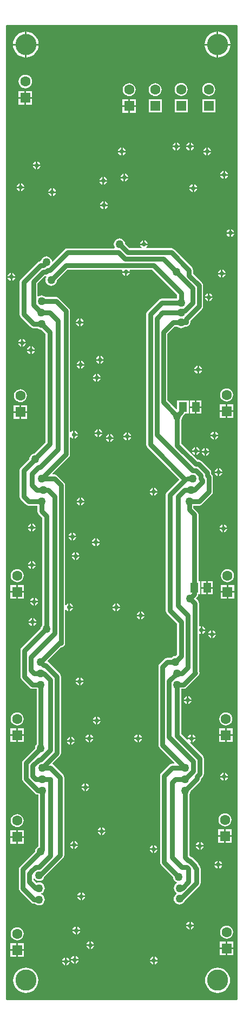
<source format=gbl>
G04 Layer_Physical_Order=2*
G04 Layer_Color=16711680*
%FSLAX25Y25*%
%MOIN*%
G70*
G01*
G75*
%ADD19R,0.05118X0.06102*%
%ADD30C,0.03000*%
%ADD31C,0.01000*%
%ADD32C,0.00591*%
%ADD33C,0.06299*%
%ADD34R,0.06299X0.06299*%
%ADD35C,0.13000*%
%ADD36C,0.02756*%
%ADD37C,0.05000*%
G36*
X141732Y-598000D02*
X0D01*
Y0D01*
X141732D01*
Y-598000D01*
D02*
G37*
%LPC*%
G36*
X126000Y-374500D02*
X124175D01*
X124260Y-374928D01*
X124786Y-375714D01*
X125572Y-376240D01*
X126000Y-376325D01*
Y-374500D01*
D02*
G37*
G36*
X45500Y-400675D02*
Y-402500D01*
X47325D01*
X47240Y-402072D01*
X46714Y-401286D01*
X45928Y-400760D01*
X45500Y-400675D01*
D02*
G37*
G36*
X128825Y-374500D02*
X127000D01*
Y-376325D01*
X127428Y-376240D01*
X128214Y-375714D01*
X128740Y-374928D01*
X128825Y-374500D01*
D02*
G37*
G36*
X126000Y-371675D02*
X125572Y-371760D01*
X124786Y-372286D01*
X124260Y-373072D01*
X124175Y-373500D01*
X126000D01*
Y-371675D01*
D02*
G37*
G36*
X122325Y-372000D02*
X120500D01*
Y-373825D01*
X120928Y-373740D01*
X121714Y-373214D01*
X122240Y-372428D01*
X122325Y-372000D01*
D02*
G37*
G36*
X112000Y-412175D02*
Y-414000D01*
X113825D01*
X113740Y-413572D01*
X113214Y-412786D01*
X112428Y-412260D01*
X112000Y-412175D01*
D02*
G37*
G36*
X111000D02*
X110572Y-412260D01*
X109786Y-412786D01*
X109260Y-413572D01*
X109175Y-414000D01*
X111000D01*
Y-412175D01*
D02*
G37*
G36*
X44500Y-403500D02*
X42675D01*
X42760Y-403928D01*
X43286Y-404714D01*
X44072Y-405240D01*
X44500Y-405325D01*
Y-403500D01*
D02*
G37*
G36*
Y-400675D02*
X44072Y-400760D01*
X43286Y-401286D01*
X42760Y-402072D01*
X42675Y-402500D01*
X44500D01*
Y-400675D01*
D02*
G37*
G36*
X47325Y-403500D02*
X45500D01*
Y-405325D01*
X45928Y-405240D01*
X46714Y-404714D01*
X47240Y-403928D01*
X47325Y-403500D01*
D02*
G37*
G36*
X127000Y-371675D02*
Y-373500D01*
X128825D01*
X128740Y-373072D01*
X128214Y-372286D01*
X127428Y-371760D01*
X127000Y-371675D01*
D02*
G37*
G36*
X84825Y-363000D02*
X83000D01*
Y-364825D01*
X83428Y-364740D01*
X84214Y-364214D01*
X84740Y-363428D01*
X84825Y-363000D01*
D02*
G37*
G36*
X82000D02*
X80175D01*
X80260Y-363428D01*
X80786Y-364214D01*
X81572Y-364740D01*
X82000Y-364825D01*
Y-363000D01*
D02*
G37*
G36*
Y-360175D02*
X81572Y-360260D01*
X80786Y-360786D01*
X80260Y-361572D01*
X80175Y-362000D01*
X82000D01*
Y-360175D01*
D02*
G37*
G36*
X40825Y-358000D02*
X39000D01*
Y-359825D01*
X39428Y-359740D01*
X40214Y-359214D01*
X40740Y-358428D01*
X40825Y-358000D01*
D02*
G37*
G36*
X83000Y-360175D02*
Y-362000D01*
X84825D01*
X84740Y-361572D01*
X84214Y-360786D01*
X83428Y-360260D01*
X83000Y-360175D01*
D02*
G37*
G36*
X15500Y-367000D02*
X13675D01*
X13760Y-367428D01*
X14286Y-368214D01*
X15072Y-368740D01*
X15500Y-368825D01*
Y-367000D01*
D02*
G37*
G36*
X120500Y-369175D02*
Y-371000D01*
X122325D01*
X122240Y-370572D01*
X121714Y-369786D01*
X120928Y-369260D01*
X120500Y-369175D01*
D02*
G37*
G36*
X18325Y-367000D02*
X16500D01*
Y-368825D01*
X16928Y-368740D01*
X17714Y-368214D01*
X18240Y-367428D01*
X18325Y-367000D01*
D02*
G37*
G36*
X16500Y-364175D02*
Y-366000D01*
X18325D01*
X18240Y-365572D01*
X17714Y-364786D01*
X16928Y-364260D01*
X16500Y-364175D01*
D02*
G37*
G36*
X15500D02*
X15072Y-364260D01*
X14286Y-364786D01*
X13760Y-365572D01*
X13675Y-366000D01*
X15500D01*
Y-364175D01*
D02*
G37*
G36*
X113825Y-415000D02*
X112000D01*
Y-416825D01*
X112428Y-416740D01*
X113214Y-416214D01*
X113740Y-415428D01*
X113825Y-415000D01*
D02*
G37*
G36*
X80500Y-435675D02*
X80072Y-435760D01*
X79286Y-436286D01*
X78760Y-437072D01*
X78675Y-437500D01*
X80500D01*
Y-435675D01*
D02*
G37*
G36*
X51500D02*
Y-437500D01*
X53325D01*
X53240Y-437072D01*
X52714Y-436286D01*
X51928Y-435760D01*
X51500Y-435675D01*
D02*
G37*
G36*
X81500D02*
Y-437500D01*
X83325D01*
X83240Y-437072D01*
X82714Y-436286D01*
X81928Y-435760D01*
X81500Y-435675D01*
D02*
G37*
G36*
X114500D02*
Y-437500D01*
X116325D01*
X116240Y-437072D01*
X115714Y-436286D01*
X114928Y-435760D01*
X114500Y-435675D01*
D02*
G37*
G36*
X113500D02*
X113072Y-435760D01*
X112286Y-436286D01*
X111760Y-437072D01*
X111675Y-437500D01*
X113500D01*
Y-435675D01*
D02*
G37*
G36*
X139150Y-436563D02*
X135500D01*
Y-440213D01*
X139150D01*
Y-436563D01*
D02*
G37*
G36*
X134500D02*
X130850D01*
Y-440213D01*
X134500D01*
Y-436563D01*
D02*
G37*
G36*
X39000Y-437175D02*
X38572Y-437260D01*
X37786Y-437786D01*
X37260Y-438572D01*
X37175Y-439000D01*
X39000D01*
Y-437175D01*
D02*
G37*
G36*
X50500Y-435675D02*
X50072Y-435760D01*
X49286Y-436286D01*
X48760Y-437072D01*
X48675Y-437500D01*
X50500D01*
Y-435675D01*
D02*
G37*
G36*
X40000Y-437175D02*
Y-439000D01*
X41825D01*
X41740Y-438572D01*
X41214Y-437786D01*
X40428Y-437260D01*
X40000Y-437175D01*
D02*
G37*
G36*
X6000Y-431913D02*
X2350D01*
Y-435563D01*
X6000D01*
Y-431913D01*
D02*
G37*
G36*
X57825Y-427500D02*
X56000D01*
Y-429325D01*
X56428Y-429240D01*
X57214Y-428714D01*
X57740Y-427928D01*
X57825Y-427500D01*
D02*
G37*
G36*
X55000D02*
X53175D01*
X53260Y-427928D01*
X53786Y-428714D01*
X54572Y-429240D01*
X55000Y-429325D01*
Y-427500D01*
D02*
G37*
G36*
Y-424675D02*
X54572Y-424760D01*
X53786Y-425286D01*
X53260Y-426072D01*
X53175Y-426500D01*
X55000D01*
Y-424675D01*
D02*
G37*
G36*
X111000Y-415000D02*
X109175D01*
X109260Y-415428D01*
X109786Y-416214D01*
X110572Y-416740D01*
X111000Y-416825D01*
Y-415000D01*
D02*
G37*
G36*
X56000Y-424675D02*
Y-426500D01*
X57825D01*
X57740Y-426072D01*
X57214Y-425286D01*
X56428Y-424760D01*
X56000Y-424675D01*
D02*
G37*
G36*
X10650Y-431913D02*
X7000D01*
Y-435563D01*
X10650D01*
Y-431913D01*
D02*
G37*
G36*
X134500D02*
X130850D01*
Y-435563D01*
X134500D01*
Y-431913D01*
D02*
G37*
G36*
X139150D02*
X135500D01*
Y-435563D01*
X139150D01*
Y-431913D01*
D02*
G37*
G36*
X135000Y-422079D02*
X133969Y-422215D01*
X133008Y-422613D01*
X132183Y-423246D01*
X131550Y-424071D01*
X131152Y-425032D01*
X131016Y-426063D01*
X131152Y-427094D01*
X131550Y-428055D01*
X132183Y-428880D01*
X133008Y-429513D01*
X133969Y-429911D01*
X135000Y-430047D01*
X136031Y-429911D01*
X136992Y-429513D01*
X137817Y-428880D01*
X138450Y-428055D01*
X138848Y-427094D01*
X138984Y-426063D01*
X138848Y-425032D01*
X138450Y-424071D01*
X137817Y-423246D01*
X136992Y-422613D01*
X136031Y-422215D01*
X135000Y-422079D01*
D02*
G37*
G36*
X6500D02*
X5469Y-422215D01*
X4508Y-422613D01*
X3683Y-423246D01*
X3050Y-424071D01*
X2652Y-425032D01*
X2516Y-426063D01*
X2652Y-427094D01*
X3050Y-428055D01*
X3683Y-428880D01*
X4508Y-429513D01*
X5469Y-429911D01*
X6500Y-430047D01*
X7531Y-429911D01*
X8492Y-429513D01*
X9317Y-428880D01*
X9950Y-428055D01*
X10348Y-427094D01*
X10484Y-426063D01*
X10348Y-425032D01*
X9950Y-424071D01*
X9317Y-423246D01*
X8492Y-422613D01*
X7531Y-422215D01*
X6500Y-422079D01*
D02*
G37*
G36*
X67000Y-358000D02*
X65175D01*
X65260Y-358428D01*
X65786Y-359214D01*
X66572Y-359740D01*
X67000Y-359825D01*
Y-358000D01*
D02*
G37*
G36*
X42000Y-323675D02*
X41572Y-323760D01*
X40786Y-324286D01*
X40260Y-325072D01*
X40175Y-325500D01*
X42000D01*
Y-323675D01*
D02*
G37*
G36*
X44825Y-326500D02*
X43000D01*
Y-328325D01*
X43428Y-328240D01*
X44214Y-327714D01*
X44740Y-326928D01*
X44825Y-326500D01*
D02*
G37*
G36*
X43000Y-323675D02*
Y-325500D01*
X44825D01*
X44740Y-325072D01*
X44214Y-324286D01*
X43428Y-323760D01*
X43000Y-323675D01*
D02*
G37*
G36*
X57325Y-318000D02*
X55500D01*
Y-319825D01*
X55928Y-319740D01*
X56714Y-319214D01*
X57240Y-318428D01*
X57325Y-318000D01*
D02*
G37*
G36*
X54500D02*
X52675D01*
X52760Y-318428D01*
X53286Y-319214D01*
X54072Y-319740D01*
X54500Y-319825D01*
Y-318000D01*
D02*
G37*
G36*
X17825Y-332000D02*
X16000D01*
Y-333825D01*
X16428Y-333740D01*
X17214Y-333214D01*
X17740Y-332428D01*
X17825Y-332000D01*
D02*
G37*
G36*
X15000D02*
X13175D01*
X13260Y-332428D01*
X13786Y-333214D01*
X14572Y-333740D01*
X15000Y-333825D01*
Y-332000D01*
D02*
G37*
G36*
Y-329175D02*
X14572Y-329260D01*
X13786Y-329786D01*
X13260Y-330572D01*
X13175Y-331000D01*
X15000D01*
Y-329175D01*
D02*
G37*
G36*
X42000Y-326500D02*
X40175D01*
X40260Y-326928D01*
X40786Y-327714D01*
X41572Y-328240D01*
X42000Y-328325D01*
Y-326500D01*
D02*
G37*
G36*
X16000Y-329175D02*
Y-331000D01*
X17825D01*
X17740Y-330572D01*
X17214Y-329786D01*
X16428Y-329260D01*
X16000Y-329175D01*
D02*
G37*
G36*
X54500Y-315175D02*
X54072Y-315260D01*
X53286Y-315786D01*
X52760Y-316572D01*
X52675Y-317000D01*
X54500D01*
Y-315175D01*
D02*
G37*
G36*
X135825Y-309500D02*
X134000D01*
Y-311325D01*
X134428Y-311240D01*
X135214Y-310714D01*
X135740Y-309928D01*
X135825Y-309500D01*
D02*
G37*
G36*
X133000D02*
X131175D01*
X131260Y-309928D01*
X131786Y-310714D01*
X132572Y-311240D01*
X133000Y-311325D01*
Y-309500D01*
D02*
G37*
G36*
X15000Y-309000D02*
X13175D01*
X13260Y-309428D01*
X13786Y-310214D01*
X14572Y-310740D01*
X15000Y-310825D01*
Y-309000D01*
D02*
G37*
G36*
X133000Y-306675D02*
X132572Y-306760D01*
X131786Y-307286D01*
X131260Y-308072D01*
X131175Y-308500D01*
X133000D01*
Y-306675D01*
D02*
G37*
G36*
X17825Y-309000D02*
X16000D01*
Y-310825D01*
X16428Y-310740D01*
X17214Y-310214D01*
X17740Y-309428D01*
X17825Y-309000D01*
D02*
G37*
G36*
X40000Y-314500D02*
X38175D01*
X38260Y-314928D01*
X38786Y-315714D01*
X39572Y-316240D01*
X40000Y-316325D01*
Y-314500D01*
D02*
G37*
G36*
X55500Y-315175D02*
Y-317000D01*
X57325D01*
X57240Y-316572D01*
X56714Y-315786D01*
X55928Y-315260D01*
X55500Y-315175D01*
D02*
G37*
G36*
X42825Y-314500D02*
X41000D01*
Y-316325D01*
X41428Y-316240D01*
X42214Y-315714D01*
X42740Y-314928D01*
X42825Y-314500D01*
D02*
G37*
G36*
X41000Y-311675D02*
Y-313500D01*
X42825D01*
X42740Y-313072D01*
X42214Y-312286D01*
X41428Y-311760D01*
X41000Y-311675D01*
D02*
G37*
G36*
X40000D02*
X39572Y-311760D01*
X38786Y-312286D01*
X38260Y-313072D01*
X38175Y-313500D01*
X40000D01*
Y-311675D01*
D02*
G37*
G36*
X136000Y-334016D02*
X134969Y-334152D01*
X134008Y-334550D01*
X133183Y-335183D01*
X132550Y-336008D01*
X132152Y-336969D01*
X132016Y-338000D01*
X132152Y-339031D01*
X132550Y-339992D01*
X133183Y-340817D01*
X134008Y-341450D01*
X134969Y-341848D01*
X136000Y-341984D01*
X137031Y-341848D01*
X137992Y-341450D01*
X138817Y-340817D01*
X139450Y-339992D01*
X139848Y-339031D01*
X139984Y-338000D01*
X139848Y-336969D01*
X139450Y-336008D01*
X138817Y-335183D01*
X137992Y-334550D01*
X137031Y-334152D01*
X136000Y-334016D01*
D02*
G37*
G36*
X16500Y-351675D02*
X16072Y-351760D01*
X15286Y-352286D01*
X14760Y-353072D01*
X14675Y-353500D01*
X16500D01*
Y-351675D01*
D02*
G37*
G36*
X19325Y-354500D02*
X17500D01*
Y-356325D01*
X17928Y-356240D01*
X18714Y-355714D01*
X19240Y-354928D01*
X19325Y-354500D01*
D02*
G37*
G36*
X17500Y-351675D02*
Y-353500D01*
X19325D01*
X19240Y-353072D01*
X18714Y-352286D01*
X17928Y-351760D01*
X17500Y-351675D01*
D02*
G37*
G36*
X10650Y-348500D02*
X7000D01*
Y-352150D01*
X10650D01*
Y-348500D01*
D02*
G37*
G36*
X6000D02*
X2350D01*
Y-352150D01*
X6000D01*
Y-348500D01*
D02*
G37*
G36*
X39000Y-355175D02*
Y-357000D01*
X40825D01*
X40740Y-356572D01*
X40214Y-355786D01*
X39428Y-355260D01*
X39000Y-355175D01*
D02*
G37*
G36*
X69825Y-358000D02*
X68000D01*
Y-359825D01*
X68428Y-359740D01*
X69214Y-359214D01*
X69740Y-358428D01*
X69825Y-358000D01*
D02*
G37*
G36*
X67000Y-355175D02*
X66572Y-355260D01*
X65786Y-355786D01*
X65260Y-356572D01*
X65175Y-357000D01*
X67000D01*
Y-355175D01*
D02*
G37*
G36*
X16500Y-354500D02*
X14675D01*
X14760Y-354928D01*
X15286Y-355714D01*
X16072Y-356240D01*
X16500Y-356325D01*
Y-354500D01*
D02*
G37*
G36*
X68000Y-355175D02*
Y-357000D01*
X69825D01*
X69740Y-356572D01*
X69214Y-355786D01*
X68428Y-355260D01*
X68000Y-355175D01*
D02*
G37*
G36*
X135500Y-348500D02*
X131850D01*
Y-352150D01*
X135500D01*
Y-348500D01*
D02*
G37*
G36*
X140150Y-343850D02*
X136500D01*
Y-347500D01*
X140150D01*
Y-343850D01*
D02*
G37*
G36*
X10650D02*
X7000D01*
Y-347500D01*
X10650D01*
Y-343850D01*
D02*
G37*
G36*
X122937Y-341449D02*
X119878D01*
Y-345000D01*
X122937D01*
Y-341449D01*
D02*
G37*
G36*
X6500Y-334016D02*
X5469Y-334152D01*
X4508Y-334550D01*
X3683Y-335183D01*
X3050Y-336008D01*
X2652Y-336969D01*
X2516Y-338000D01*
X2652Y-339031D01*
X3050Y-339992D01*
X3683Y-340817D01*
X4508Y-341450D01*
X5469Y-341848D01*
X6500Y-341984D01*
X7531Y-341848D01*
X8492Y-341450D01*
X9317Y-340817D01*
X9950Y-339992D01*
X10348Y-339031D01*
X10484Y-338000D01*
X10348Y-336969D01*
X9950Y-336008D01*
X9317Y-335183D01*
X8492Y-334550D01*
X7531Y-334152D01*
X6500Y-334016D01*
D02*
G37*
G36*
X126996Y-341449D02*
X123937D01*
Y-345000D01*
X126996D01*
Y-341449D01*
D02*
G37*
G36*
X122937Y-346000D02*
X119878D01*
Y-349551D01*
X122937D01*
Y-346000D01*
D02*
G37*
G36*
X140150Y-348500D02*
X136500D01*
Y-352150D01*
X140150D01*
Y-348500D01*
D02*
G37*
G36*
X126996Y-346000D02*
X123937D01*
Y-349551D01*
X126996D01*
Y-346000D01*
D02*
G37*
G36*
X135500Y-343850D02*
X131850D01*
Y-347500D01*
X135500D01*
Y-343850D01*
D02*
G37*
G36*
X6000D02*
X2350D01*
Y-347500D01*
X6000D01*
Y-343850D01*
D02*
G37*
G36*
X42500Y-556500D02*
X40675D01*
X40760Y-556928D01*
X41286Y-557714D01*
X42072Y-558240D01*
X42500Y-558325D01*
Y-556500D01*
D02*
G37*
G36*
X135500Y-553016D02*
X134469Y-553152D01*
X133508Y-553550D01*
X132683Y-554183D01*
X132050Y-555008D01*
X131652Y-555969D01*
X131516Y-557000D01*
X131652Y-558031D01*
X132050Y-558992D01*
X132683Y-559817D01*
X133508Y-560450D01*
X134469Y-560848D01*
X135500Y-560984D01*
X136531Y-560848D01*
X137492Y-560450D01*
X138317Y-559817D01*
X138950Y-558992D01*
X139348Y-558031D01*
X139484Y-557000D01*
X139348Y-555969D01*
X138950Y-555008D01*
X138317Y-554183D01*
X137492Y-553550D01*
X136531Y-553152D01*
X135500Y-553016D01*
D02*
G37*
G36*
X45325Y-556500D02*
X43500D01*
Y-558325D01*
X43928Y-558240D01*
X44714Y-557714D01*
X45240Y-556928D01*
X45325Y-556500D01*
D02*
G37*
G36*
X43500Y-553675D02*
Y-555500D01*
X45325D01*
X45240Y-555072D01*
X44714Y-554286D01*
X43928Y-553760D01*
X43500Y-553675D01*
D02*
G37*
G36*
X42500D02*
X42072Y-553760D01*
X41286Y-554286D01*
X40760Y-555072D01*
X40675Y-555500D01*
X42500D01*
Y-553675D01*
D02*
G37*
G36*
X139650Y-562850D02*
X136000D01*
Y-566500D01*
X139650D01*
Y-562850D01*
D02*
G37*
G36*
X135000D02*
X131350D01*
Y-566500D01*
X135000D01*
Y-562850D01*
D02*
G37*
G36*
X51000Y-562675D02*
X50572Y-562760D01*
X49786Y-563286D01*
X49260Y-564072D01*
X49175Y-564500D01*
X51000D01*
Y-562675D01*
D02*
G37*
G36*
X6500Y-554016D02*
X5469Y-554152D01*
X4508Y-554550D01*
X3683Y-555183D01*
X3050Y-556008D01*
X2652Y-556969D01*
X2516Y-558000D01*
X2652Y-559031D01*
X3050Y-559992D01*
X3683Y-560817D01*
X4508Y-561450D01*
X5469Y-561848D01*
X6500Y-561984D01*
X7531Y-561848D01*
X8492Y-561450D01*
X9317Y-560817D01*
X9950Y-559992D01*
X10348Y-559031D01*
X10484Y-558000D01*
X10348Y-556969D01*
X9950Y-556008D01*
X9317Y-555183D01*
X8492Y-554550D01*
X7531Y-554152D01*
X6500Y-554016D01*
D02*
G37*
G36*
X52000Y-562675D02*
Y-564500D01*
X53825D01*
X53740Y-564072D01*
X53214Y-563286D01*
X52428Y-562760D01*
X52000Y-562675D01*
D02*
G37*
G36*
X112500Y-553500D02*
X110675D01*
X110760Y-553928D01*
X111286Y-554714D01*
X112072Y-555240D01*
X112500Y-555325D01*
Y-553500D01*
D02*
G37*
G36*
X46500Y-532675D02*
Y-534500D01*
X48325D01*
X48240Y-534072D01*
X47714Y-533286D01*
X46928Y-532760D01*
X46500Y-532675D01*
D02*
G37*
G36*
X45500D02*
X45072Y-532760D01*
X44286Y-533286D01*
X43760Y-534072D01*
X43675Y-534500D01*
X45500D01*
Y-532675D01*
D02*
G37*
G36*
X129900Y-516100D02*
X128075D01*
X128160Y-516528D01*
X128686Y-517314D01*
X129472Y-517840D01*
X129900Y-517925D01*
Y-516100D01*
D02*
G37*
G36*
Y-513275D02*
X129472Y-513360D01*
X128686Y-513886D01*
X128160Y-514672D01*
X128075Y-515100D01*
X129900D01*
Y-513275D01*
D02*
G37*
G36*
X132725Y-516100D02*
X130900D01*
Y-517925D01*
X131328Y-517840D01*
X132114Y-517314D01*
X132640Y-516528D01*
X132725Y-516100D01*
D02*
G37*
G36*
X112500Y-550675D02*
X112072Y-550760D01*
X111286Y-551286D01*
X110760Y-552072D01*
X110675Y-552500D01*
X112500D01*
Y-550675D01*
D02*
G37*
G36*
X115325Y-553500D02*
X113500D01*
Y-555325D01*
X113928Y-555240D01*
X114714Y-554714D01*
X115240Y-553928D01*
X115325Y-553500D01*
D02*
G37*
G36*
X113500Y-550675D02*
Y-552500D01*
X115325D01*
X115240Y-552072D01*
X114714Y-551286D01*
X113928Y-550760D01*
X113500Y-550675D01*
D02*
G37*
G36*
X48325Y-535500D02*
X46500D01*
Y-537325D01*
X46928Y-537240D01*
X47714Y-536714D01*
X48240Y-535928D01*
X48325Y-535500D01*
D02*
G37*
G36*
X45500D02*
X43675D01*
X43760Y-535928D01*
X44286Y-536714D01*
X45072Y-537240D01*
X45500Y-537325D01*
Y-535500D01*
D02*
G37*
G36*
X53825Y-565500D02*
X52000D01*
Y-567325D01*
X52428Y-567240D01*
X53214Y-566714D01*
X53740Y-565928D01*
X53825Y-565500D01*
D02*
G37*
G36*
X41445Y-574500D02*
X39620D01*
X39705Y-574928D01*
X40231Y-575714D01*
X41017Y-576240D01*
X41445Y-576325D01*
Y-574500D01*
D02*
G37*
G36*
X93077Y-575000D02*
X91252D01*
Y-576825D01*
X91680Y-576740D01*
X92466Y-576214D01*
X92992Y-575428D01*
X93077Y-575000D01*
D02*
G37*
G36*
X44270Y-574500D02*
X42445D01*
Y-576325D01*
X42873Y-576240D01*
X43659Y-575714D01*
X44185Y-574928D01*
X44270Y-574500D01*
D02*
G37*
G36*
X37000Y-572675D02*
Y-574500D01*
X38825D01*
X38740Y-574072D01*
X38214Y-573286D01*
X37428Y-572760D01*
X37000Y-572675D01*
D02*
G37*
G36*
X36000D02*
X35572Y-572760D01*
X34786Y-573286D01*
X34260Y-574072D01*
X34175Y-574500D01*
X36000D01*
Y-572675D01*
D02*
G37*
G36*
X129921Y-578877D02*
X128412Y-579026D01*
X126960Y-579466D01*
X125623Y-580181D01*
X124450Y-581143D01*
X123488Y-582316D01*
X122773Y-583653D01*
X122333Y-585105D01*
X122184Y-586614D01*
X122333Y-588124D01*
X122773Y-589575D01*
X123488Y-590913D01*
X124450Y-592085D01*
X125623Y-593048D01*
X126960Y-593762D01*
X128412Y-594203D01*
X129921Y-594351D01*
X131431Y-594203D01*
X132882Y-593762D01*
X134220Y-593048D01*
X135392Y-592085D01*
X136355Y-590913D01*
X137070Y-589575D01*
X137510Y-588124D01*
X137659Y-586614D01*
X137510Y-585105D01*
X137070Y-583653D01*
X136355Y-582316D01*
X135392Y-581143D01*
X134220Y-580181D01*
X132882Y-579466D01*
X131431Y-579026D01*
X129921Y-578877D01*
D02*
G37*
G36*
X11811D02*
X10302Y-579026D01*
X8850Y-579466D01*
X7512Y-580181D01*
X6340Y-581143D01*
X5378Y-582316D01*
X4663Y-583653D01*
X4222Y-585105D01*
X4074Y-586614D01*
X4222Y-588124D01*
X4663Y-589575D01*
X5378Y-590913D01*
X6340Y-592085D01*
X7512Y-593048D01*
X8850Y-593762D01*
X10302Y-594203D01*
X11811Y-594351D01*
X13320Y-594203D01*
X14772Y-593762D01*
X16110Y-593048D01*
X17282Y-592085D01*
X18244Y-590913D01*
X18959Y-589575D01*
X19400Y-588124D01*
X19548Y-586614D01*
X19400Y-585105D01*
X18959Y-583653D01*
X18244Y-582316D01*
X17282Y-581143D01*
X16110Y-580181D01*
X14772Y-579466D01*
X13320Y-579026D01*
X11811Y-578877D01*
D02*
G37*
G36*
X36000Y-575500D02*
X34175D01*
X34260Y-575928D01*
X34786Y-576714D01*
X35572Y-577240D01*
X36000Y-577325D01*
Y-575500D01*
D02*
G37*
G36*
X90252Y-575000D02*
X88427D01*
X88512Y-575428D01*
X89038Y-576214D01*
X89824Y-576740D01*
X90252Y-576825D01*
Y-575000D01*
D02*
G37*
G36*
X38825Y-575500D02*
X37000D01*
Y-577325D01*
X37428Y-577240D01*
X38214Y-576714D01*
X38740Y-575928D01*
X38825Y-575500D01*
D02*
G37*
G36*
X90252Y-572175D02*
X89824Y-572260D01*
X89038Y-572786D01*
X88512Y-573572D01*
X88427Y-574000D01*
X90252D01*
Y-572175D01*
D02*
G37*
G36*
X139650Y-567500D02*
X136000D01*
Y-571150D01*
X139650D01*
Y-567500D01*
D02*
G37*
G36*
X135000D02*
X131350D01*
Y-571150D01*
X135000D01*
Y-567500D01*
D02*
G37*
G36*
X6000Y-563850D02*
X2350D01*
Y-567500D01*
X6000D01*
Y-563850D01*
D02*
G37*
G36*
X51000Y-565500D02*
X49175D01*
X49260Y-565928D01*
X49786Y-566714D01*
X50572Y-567240D01*
X51000Y-567325D01*
Y-565500D01*
D02*
G37*
G36*
X10650Y-563850D02*
X7000D01*
Y-567500D01*
X10650D01*
Y-563850D01*
D02*
G37*
G36*
X41445Y-571675D02*
X41017Y-571760D01*
X40231Y-572286D01*
X39705Y-573072D01*
X39620Y-573500D01*
X41445D01*
Y-571675D01*
D02*
G37*
G36*
X91252Y-572175D02*
Y-574000D01*
X93077D01*
X92992Y-573572D01*
X92466Y-572786D01*
X91680Y-572260D01*
X91252Y-572175D01*
D02*
G37*
G36*
X42445Y-571675D02*
Y-573500D01*
X44270D01*
X44185Y-573072D01*
X43659Y-572286D01*
X42873Y-571760D01*
X42445Y-571675D01*
D02*
G37*
G36*
X10650Y-568500D02*
X7000D01*
Y-572150D01*
X10650D01*
Y-568500D01*
D02*
G37*
G36*
X6000D02*
X2350D01*
Y-572150D01*
X6000D01*
Y-568500D01*
D02*
G37*
G36*
X130900Y-513275D02*
Y-515100D01*
X132725D01*
X132640Y-514672D01*
X132114Y-513886D01*
X131328Y-513360D01*
X130900Y-513275D01*
D02*
G37*
G36*
X48000Y-465675D02*
X47572Y-465760D01*
X46786Y-466286D01*
X46260Y-467072D01*
X46175Y-467500D01*
X48000D01*
Y-465675D01*
D02*
G37*
G36*
X50825Y-468500D02*
X49000D01*
Y-470325D01*
X49428Y-470240D01*
X50214Y-469714D01*
X50740Y-468928D01*
X50825Y-468500D01*
D02*
G37*
G36*
X49000Y-465675D02*
Y-467500D01*
X50825D01*
X50740Y-467072D01*
X50214Y-466286D01*
X49428Y-465760D01*
X49000Y-465675D01*
D02*
G37*
G36*
X136325Y-462000D02*
X134500D01*
Y-463825D01*
X134928Y-463740D01*
X135714Y-463214D01*
X136240Y-462428D01*
X136325Y-462000D01*
D02*
G37*
G36*
X133500D02*
X131675D01*
X131760Y-462428D01*
X132286Y-463214D01*
X133072Y-463740D01*
X133500Y-463825D01*
Y-462000D01*
D02*
G37*
G36*
X59000Y-492675D02*
Y-494500D01*
X60825D01*
X60740Y-494072D01*
X60214Y-493286D01*
X59428Y-492760D01*
X59000Y-492675D01*
D02*
G37*
G36*
X58000D02*
X57572Y-492760D01*
X56786Y-493286D01*
X56260Y-494072D01*
X56175Y-494500D01*
X58000D01*
Y-492675D01*
D02*
G37*
G36*
X6500Y-484533D02*
X5469Y-484668D01*
X4508Y-485066D01*
X3683Y-485699D01*
X3050Y-486524D01*
X2652Y-487485D01*
X2516Y-488516D01*
X2652Y-489547D01*
X3050Y-490508D01*
X3683Y-491333D01*
X4508Y-491966D01*
X5469Y-492364D01*
X6500Y-492500D01*
X7531Y-492364D01*
X8492Y-491966D01*
X9317Y-491333D01*
X9950Y-490508D01*
X10348Y-489547D01*
X10484Y-488516D01*
X10348Y-487485D01*
X9950Y-486524D01*
X9317Y-485699D01*
X8492Y-485066D01*
X7531Y-484668D01*
X6500Y-484533D01*
D02*
G37*
G36*
X48000Y-468500D02*
X46175D01*
X46260Y-468928D01*
X46786Y-469714D01*
X47572Y-470240D01*
X48000Y-470325D01*
Y-468500D01*
D02*
G37*
G36*
X134500Y-484016D02*
X133469Y-484152D01*
X132508Y-484550D01*
X131683Y-485183D01*
X131050Y-486008D01*
X130652Y-486969D01*
X130516Y-488000D01*
X130652Y-489031D01*
X131050Y-489992D01*
X131683Y-490817D01*
X132508Y-491450D01*
X133469Y-491848D01*
X134500Y-491984D01*
X135531Y-491848D01*
X136492Y-491450D01*
X137317Y-490817D01*
X137950Y-489992D01*
X138348Y-489031D01*
X138484Y-488000D01*
X138348Y-486969D01*
X137950Y-486008D01*
X137317Y-485183D01*
X136492Y-484550D01*
X135531Y-484152D01*
X134500Y-484016D01*
D02*
G37*
G36*
X133500Y-459175D02*
X133072Y-459260D01*
X132286Y-459786D01*
X131760Y-460572D01*
X131675Y-461000D01*
X133500D01*
Y-459175D01*
D02*
G37*
G36*
X83325Y-438500D02*
X81500D01*
Y-440325D01*
X81928Y-440240D01*
X82714Y-439714D01*
X83240Y-438928D01*
X83325Y-438500D01*
D02*
G37*
G36*
X80500D02*
X78675D01*
X78760Y-438928D01*
X79286Y-439714D01*
X80072Y-440240D01*
X80500Y-440325D01*
Y-438500D01*
D02*
G37*
G36*
X116325D02*
X114500D01*
Y-440325D01*
X114928Y-440240D01*
X115714Y-439714D01*
X116240Y-438928D01*
X116325Y-438500D01*
D02*
G37*
G36*
X10650Y-436563D02*
X7000D01*
Y-440213D01*
X10650D01*
Y-436563D01*
D02*
G37*
G36*
X6000D02*
X2350D01*
Y-440213D01*
X6000D01*
Y-436563D01*
D02*
G37*
G36*
X39000Y-440000D02*
X37175D01*
X37260Y-440428D01*
X37786Y-441214D01*
X38572Y-441740D01*
X39000Y-441825D01*
Y-440000D01*
D02*
G37*
G36*
X134500Y-459175D02*
Y-461000D01*
X136325D01*
X136240Y-460572D01*
X135714Y-459786D01*
X134928Y-459260D01*
X134500Y-459175D01*
D02*
G37*
G36*
X41825Y-440000D02*
X40000D01*
Y-441825D01*
X40428Y-441740D01*
X41214Y-441214D01*
X41740Y-440428D01*
X41825Y-440000D01*
D02*
G37*
G36*
X53325Y-438500D02*
X51500D01*
Y-440325D01*
X51928Y-440240D01*
X52714Y-439714D01*
X53240Y-438928D01*
X53325Y-438500D01*
D02*
G37*
G36*
X50500D02*
X48675D01*
X48760Y-438928D01*
X49286Y-439714D01*
X50072Y-440240D01*
X50500Y-440325D01*
Y-438500D01*
D02*
G37*
G36*
X60825Y-495500D02*
X59000D01*
Y-497325D01*
X59428Y-497240D01*
X60214Y-496714D01*
X60740Y-495928D01*
X60825Y-495500D01*
D02*
G37*
G36*
X90000Y-503675D02*
X89572Y-503760D01*
X88786Y-504286D01*
X88260Y-505072D01*
X88175Y-505500D01*
X90000D01*
Y-503675D01*
D02*
G37*
G36*
X43825Y-504000D02*
X42000D01*
Y-505825D01*
X42428Y-505740D01*
X43214Y-505214D01*
X43740Y-504428D01*
X43825Y-504000D01*
D02*
G37*
G36*
X91000Y-503675D02*
Y-505500D01*
X92825D01*
X92740Y-505072D01*
X92214Y-504286D01*
X91428Y-503760D01*
X91000Y-503675D01*
D02*
G37*
G36*
X119500Y-501675D02*
Y-503500D01*
X121325D01*
X121240Y-503072D01*
X120714Y-502286D01*
X119928Y-501760D01*
X119500Y-501675D01*
D02*
G37*
G36*
X118500D02*
X118072Y-501760D01*
X117286Y-502286D01*
X116760Y-503072D01*
X116675Y-503500D01*
X118500D01*
Y-501675D01*
D02*
G37*
G36*
X92825Y-506500D02*
X91000D01*
Y-508325D01*
X91428Y-508240D01*
X92214Y-507714D01*
X92740Y-506928D01*
X92825Y-506500D01*
D02*
G37*
G36*
X90000D02*
X88175D01*
X88260Y-506928D01*
X88786Y-507714D01*
X89572Y-508240D01*
X90000Y-508325D01*
Y-506500D01*
D02*
G37*
G36*
X118500Y-504500D02*
X116675D01*
X116760Y-504928D01*
X117286Y-505714D01*
X118072Y-506240D01*
X118500Y-506325D01*
Y-504500D01*
D02*
G37*
G36*
X41000Y-504000D02*
X39175D01*
X39260Y-504428D01*
X39786Y-505214D01*
X40572Y-505740D01*
X41000Y-505825D01*
Y-504000D01*
D02*
G37*
G36*
X121325Y-504500D02*
X119500D01*
Y-506325D01*
X119928Y-506240D01*
X120714Y-505714D01*
X121240Y-504928D01*
X121325Y-504500D01*
D02*
G37*
G36*
X41000Y-501175D02*
X40572Y-501260D01*
X39786Y-501786D01*
X39260Y-502572D01*
X39175Y-503000D01*
X41000D01*
Y-501175D01*
D02*
G37*
G36*
X10650Y-494367D02*
X7000D01*
Y-498016D01*
X10650D01*
Y-494367D01*
D02*
G37*
G36*
X6000D02*
X2350D01*
Y-498016D01*
X6000D01*
Y-494367D01*
D02*
G37*
G36*
X134000Y-493850D02*
X130350D01*
Y-497500D01*
X134000D01*
Y-493850D01*
D02*
G37*
G36*
X58000Y-495500D02*
X56175D01*
X56260Y-495928D01*
X56786Y-496714D01*
X57572Y-497240D01*
X58000Y-497325D01*
Y-495500D01*
D02*
G37*
G36*
X138650Y-493850D02*
X135000D01*
Y-497500D01*
X138650D01*
Y-493850D01*
D02*
G37*
G36*
X6000Y-499016D02*
X2350D01*
Y-502666D01*
X6000D01*
Y-499016D01*
D02*
G37*
G36*
X42000Y-501175D02*
Y-503000D01*
X43825D01*
X43740Y-502572D01*
X43214Y-501786D01*
X42428Y-501260D01*
X42000Y-501175D01*
D02*
G37*
G36*
X10650Y-499016D02*
X7000D01*
Y-502666D01*
X10650D01*
Y-499016D01*
D02*
G37*
G36*
X138650Y-498500D02*
X135000D01*
Y-502150D01*
X138650D01*
Y-498500D01*
D02*
G37*
G36*
X134000D02*
X130350D01*
Y-502150D01*
X134000D01*
Y-498500D01*
D02*
G37*
G36*
Y-306675D02*
Y-308500D01*
X135825D01*
X135740Y-308072D01*
X135214Y-307286D01*
X134428Y-306760D01*
X134000Y-306675D01*
D02*
G37*
G36*
X115500Y-97675D02*
Y-99500D01*
X117325D01*
X117240Y-99072D01*
X116714Y-98286D01*
X115928Y-97760D01*
X115500Y-97675D01*
D02*
G37*
G36*
X114500D02*
X114072Y-97760D01*
X113286Y-98286D01*
X112760Y-99072D01*
X112675Y-99500D01*
X114500D01*
Y-97675D01*
D02*
G37*
G36*
X8000Y-97175D02*
X7572Y-97260D01*
X6786Y-97786D01*
X6260Y-98572D01*
X6175Y-99000D01*
X8000D01*
Y-97175D01*
D02*
G37*
G36*
X59000Y-96000D02*
X57175D01*
X57260Y-96428D01*
X57786Y-97214D01*
X58572Y-97740D01*
X59000Y-97825D01*
Y-96000D01*
D02*
G37*
G36*
X9000Y-97175D02*
Y-99000D01*
X10825D01*
X10740Y-98572D01*
X10214Y-97786D01*
X9428Y-97260D01*
X9000Y-97175D01*
D02*
G37*
G36*
X27555Y-100175D02*
X27127Y-100260D01*
X26341Y-100786D01*
X25815Y-101572D01*
X25730Y-102000D01*
X27555D01*
Y-100175D01*
D02*
G37*
G36*
X117325Y-100500D02*
X115500D01*
Y-102325D01*
X115928Y-102240D01*
X116714Y-101714D01*
X117240Y-100928D01*
X117325Y-100500D01*
D02*
G37*
G36*
X28555Y-100175D02*
Y-102000D01*
X30380D01*
X30295Y-101572D01*
X29770Y-100786D01*
X28983Y-100260D01*
X28555Y-100175D01*
D02*
G37*
G36*
X10825Y-100000D02*
X9000D01*
Y-101825D01*
X9428Y-101740D01*
X10214Y-101214D01*
X10740Y-100428D01*
X10825Y-100000D01*
D02*
G37*
G36*
X8000D02*
X6175D01*
X6260Y-100428D01*
X6786Y-101214D01*
X7572Y-101740D01*
X8000Y-101825D01*
Y-100000D01*
D02*
G37*
G36*
X61825Y-96000D02*
X60000D01*
Y-97825D01*
X60428Y-97740D01*
X61214Y-97214D01*
X61740Y-96428D01*
X61825Y-96000D01*
D02*
G37*
G36*
X72000Y-91175D02*
X71572Y-91260D01*
X70786Y-91786D01*
X70260Y-92572D01*
X70175Y-93000D01*
X72000D01*
Y-91175D01*
D02*
G37*
G36*
X136325Y-92374D02*
X134500D01*
Y-94199D01*
X134928Y-94114D01*
X135714Y-93588D01*
X136240Y-92802D01*
X136325Y-92374D01*
D02*
G37*
G36*
X73000Y-91175D02*
Y-93000D01*
X74825D01*
X74740Y-92572D01*
X74214Y-91786D01*
X73428Y-91260D01*
X73000Y-91175D01*
D02*
G37*
G36*
X134500Y-89549D02*
Y-91374D01*
X136325D01*
X136240Y-90946D01*
X135714Y-90160D01*
X134928Y-89634D01*
X134500Y-89549D01*
D02*
G37*
G36*
X133500D02*
X133072Y-89634D01*
X132286Y-90160D01*
X131760Y-90946D01*
X131675Y-91374D01*
X133500D01*
Y-89549D01*
D02*
G37*
G36*
X74825Y-94000D02*
X73000D01*
Y-95825D01*
X73428Y-95740D01*
X74214Y-95214D01*
X74740Y-94428D01*
X74825Y-94000D01*
D02*
G37*
G36*
X72000D02*
X70175D01*
X70260Y-94428D01*
X70786Y-95214D01*
X71572Y-95740D01*
X72000Y-95825D01*
Y-94000D01*
D02*
G37*
G36*
X59000Y-93175D02*
X58572Y-93260D01*
X57786Y-93786D01*
X57260Y-94572D01*
X57175Y-95000D01*
X59000D01*
Y-93175D01*
D02*
G37*
G36*
X133500Y-92374D02*
X131675D01*
X131760Y-92802D01*
X132286Y-93588D01*
X133072Y-94114D01*
X133500Y-94199D01*
Y-92374D01*
D02*
G37*
G36*
X60000Y-93175D02*
Y-95000D01*
X61825D01*
X61740Y-94572D01*
X61214Y-93786D01*
X60428Y-93260D01*
X60000Y-93175D01*
D02*
G37*
G36*
X114500Y-100500D02*
X112675D01*
X112760Y-100928D01*
X113286Y-101714D01*
X114072Y-102240D01*
X114500Y-102325D01*
Y-100500D01*
D02*
G37*
G36*
X132000Y-150175D02*
X131572Y-150260D01*
X130786Y-150786D01*
X130260Y-151572D01*
X130175Y-152000D01*
X132000D01*
Y-150175D01*
D02*
G37*
G36*
X75825Y-152000D02*
X74000D01*
Y-153825D01*
X74428Y-153740D01*
X75214Y-153214D01*
X75740Y-152428D01*
X75825Y-152000D01*
D02*
G37*
G36*
X133000Y-150175D02*
Y-152000D01*
X134825D01*
X134740Y-151572D01*
X134214Y-150786D01*
X133428Y-150260D01*
X133000Y-150175D01*
D02*
G37*
G36*
X84000Y-132175D02*
X83572Y-132260D01*
X82786Y-132786D01*
X82260Y-133572D01*
X82175Y-134000D01*
X84000D01*
Y-132175D01*
D02*
G37*
G36*
X69520Y-130970D02*
X68606Y-131090D01*
X67755Y-131443D01*
X67023Y-132004D01*
X66462Y-132735D01*
X66110Y-133586D01*
X65990Y-134500D01*
X66110Y-135414D01*
X66462Y-136265D01*
X66660Y-136522D01*
X66413Y-137022D01*
X37500D01*
X36525Y-137216D01*
X35698Y-137769D01*
X28422Y-145044D01*
X27949Y-144883D01*
X27910Y-144586D01*
X27557Y-143735D01*
X26996Y-143004D01*
X26265Y-142443D01*
X25414Y-142090D01*
X24500Y-141970D01*
X23586Y-142090D01*
X22735Y-142443D01*
X22004Y-143004D01*
X21443Y-143735D01*
X21090Y-144586D01*
X21045Y-144927D01*
X20867D01*
X19891Y-145121D01*
X19064Y-145674D01*
X8698Y-156041D01*
X8145Y-156868D01*
X7951Y-157843D01*
Y-177500D01*
X8145Y-178475D01*
X8698Y-179302D01*
X14698Y-185302D01*
X15525Y-185855D01*
X16500Y-186049D01*
X19072D01*
X19735Y-186557D01*
X20586Y-186910D01*
X21414Y-187019D01*
X23951Y-189556D01*
Y-256141D01*
X17065Y-263027D01*
X16586Y-263090D01*
X15735Y-263443D01*
X15004Y-264004D01*
X14443Y-264735D01*
X14090Y-265586D01*
X13981Y-266414D01*
X8698Y-271698D01*
X8145Y-272524D01*
X7951Y-273500D01*
Y-289500D01*
X8145Y-290476D01*
X8698Y-291302D01*
X11698Y-294302D01*
X12525Y-294855D01*
X13500Y-295049D01*
X18951D01*
Y-298500D01*
X19145Y-299476D01*
X19698Y-300302D01*
X21951Y-302556D01*
Y-368322D01*
X21443Y-368985D01*
X21090Y-369836D01*
X21019Y-370376D01*
X9198Y-382198D01*
X8645Y-383025D01*
X8451Y-384000D01*
Y-400000D01*
X8645Y-400976D01*
X9198Y-401802D01*
X14198Y-406802D01*
X15024Y-407355D01*
X16000Y-407549D01*
X18451D01*
Y-441573D01*
X17943Y-442235D01*
X17590Y-443086D01*
X17470Y-444000D01*
X17493Y-444174D01*
X10198Y-451470D01*
X9645Y-452297D01*
X9451Y-453272D01*
Y-462657D01*
X9645Y-463632D01*
X10198Y-464459D01*
X17541Y-471802D01*
X18368Y-472355D01*
X19343Y-472549D01*
X19451D01*
Y-504353D01*
X19235Y-504443D01*
X18504Y-505004D01*
X17943Y-505735D01*
X17590Y-506586D01*
X17481Y-507414D01*
X8198Y-516698D01*
X7645Y-517524D01*
X7451Y-518500D01*
Y-530000D01*
X7645Y-530975D01*
X8198Y-531802D01*
X15198Y-538802D01*
X16025Y-539355D01*
X17000Y-539549D01*
X17572D01*
X18235Y-540057D01*
X19086Y-540410D01*
X20000Y-540530D01*
X20914Y-540410D01*
X21765Y-540057D01*
X22496Y-539496D01*
X23057Y-538765D01*
X23410Y-537914D01*
X23530Y-537000D01*
X23410Y-536086D01*
X23057Y-535235D01*
X22496Y-534504D01*
X21765Y-533943D01*
X21350Y-533771D01*
Y-533229D01*
X21765Y-533057D01*
X22496Y-532496D01*
X23057Y-531765D01*
X23410Y-530914D01*
X23530Y-530000D01*
X23410Y-529086D01*
X23057Y-528235D01*
X22496Y-527504D01*
X21765Y-526943D01*
X20914Y-526590D01*
X20000Y-526470D01*
X19086Y-526590D01*
X18456Y-526851D01*
X16549Y-524944D01*
Y-524073D01*
X17049Y-523904D01*
X17504Y-524496D01*
X18235Y-525057D01*
X19086Y-525410D01*
X20000Y-525530D01*
X20914Y-525410D01*
X21765Y-525057D01*
X22496Y-524496D01*
X23057Y-523765D01*
X23404Y-522929D01*
X34802Y-511530D01*
X35355Y-510703D01*
X35549Y-509728D01*
Y-462000D01*
X35355Y-461025D01*
X34802Y-460198D01*
X28802Y-454198D01*
X28390Y-453922D01*
X28326Y-453278D01*
X32802Y-448802D01*
X33355Y-447975D01*
X33549Y-447000D01*
Y-400000D01*
X33355Y-399025D01*
X32802Y-398198D01*
X25802Y-391198D01*
X25390Y-390922D01*
X25326Y-390278D01*
X33570Y-382035D01*
X34475Y-381855D01*
X35302Y-381302D01*
X35855Y-380475D01*
X36049Y-379500D01*
Y-378500D01*
Y-359012D01*
X36549Y-358860D01*
X36786Y-359214D01*
X37572Y-359740D01*
X38000Y-359825D01*
Y-357500D01*
Y-355175D01*
X37572Y-355260D01*
X36786Y-355786D01*
X36549Y-356140D01*
X36049Y-355988D01*
Y-282500D01*
X35855Y-281524D01*
X35302Y-280698D01*
X31302Y-276698D01*
X30476Y-276145D01*
X29500Y-275951D01*
X28307D01*
X28116Y-275489D01*
X38302Y-265302D01*
X38855Y-264475D01*
X39049Y-263500D01*
Y-253095D01*
X39549Y-252943D01*
X39731Y-253214D01*
X40517Y-253740D01*
X40945Y-253825D01*
Y-251500D01*
Y-249175D01*
X40517Y-249260D01*
X39731Y-249786D01*
X39549Y-250057D01*
X39049Y-249905D01*
Y-175500D01*
X38855Y-174524D01*
X38302Y-173698D01*
X32302Y-167698D01*
X31475Y-167145D01*
X30500Y-166951D01*
X23927D01*
X23265Y-166443D01*
X22414Y-166090D01*
X21500Y-165970D01*
X20586Y-166090D01*
X19735Y-166443D01*
X19497Y-166625D01*
X19049Y-166404D01*
Y-158556D01*
X23579Y-154025D01*
X24181D01*
X24340Y-153994D01*
X24622Y-154447D01*
X24419Y-154711D01*
X24067Y-155563D01*
X23946Y-156476D01*
X24067Y-157390D01*
X24419Y-158241D01*
X24980Y-158973D01*
X25711Y-159534D01*
X26563Y-159886D01*
X27476Y-160007D01*
X28390Y-159886D01*
X29241Y-159534D01*
X29973Y-158973D01*
X30534Y-158241D01*
X30886Y-157390D01*
X30995Y-156562D01*
X37509Y-150049D01*
X71079D01*
X71315Y-150490D01*
X71260Y-150572D01*
X71175Y-151000D01*
X75825D01*
X75740Y-150572D01*
X75685Y-150490D01*
X75921Y-150049D01*
X89444D01*
X104951Y-165556D01*
Y-167951D01*
X95500D01*
X94525Y-168145D01*
X93698Y-168698D01*
X86698Y-175698D01*
X86145Y-176524D01*
X85951Y-177500D01*
Y-257500D01*
X86145Y-258475D01*
X86698Y-259302D01*
X106395Y-279000D01*
X98698Y-286698D01*
X98145Y-287525D01*
X97951Y-288500D01*
Y-359500D01*
X98145Y-360475D01*
X98698Y-361302D01*
X105014Y-367619D01*
Y-386381D01*
X103914Y-387481D01*
X103086Y-387590D01*
X102235Y-387943D01*
X101573Y-388451D01*
X99000D01*
X98024Y-388645D01*
X97198Y-389198D01*
X94198Y-392198D01*
X93645Y-393024D01*
X93451Y-394000D01*
Y-442000D01*
X93645Y-442976D01*
X94198Y-443802D01*
X103384Y-452989D01*
X103193Y-453451D01*
X102000D01*
X101024Y-453645D01*
X100198Y-454198D01*
X95198Y-459198D01*
X94645Y-460024D01*
X94451Y-461000D01*
Y-514000D01*
X94645Y-514976D01*
X95198Y-515802D01*
X102481Y-523086D01*
X102590Y-523914D01*
X102943Y-524765D01*
X103504Y-525496D01*
X104235Y-526057D01*
X104932Y-526346D01*
X104968Y-526862D01*
X104965Y-526873D01*
X104798Y-526943D01*
X104067Y-527504D01*
X103506Y-528235D01*
X103153Y-529086D01*
X103033Y-530000D01*
X103153Y-530914D01*
X103506Y-531765D01*
X104067Y-532496D01*
X104644Y-532939D01*
X104682Y-533149D01*
X104667Y-533415D01*
X104625Y-533527D01*
X104004Y-534004D01*
X103443Y-534735D01*
X103090Y-535586D01*
X102970Y-536500D01*
X103090Y-537414D01*
X103443Y-538265D01*
X104004Y-538996D01*
X104735Y-539557D01*
X105586Y-539910D01*
X106500Y-540030D01*
X107414Y-539910D01*
X108265Y-539557D01*
X108996Y-538996D01*
X109557Y-538265D01*
X109865Y-537523D01*
X118802Y-528585D01*
X119355Y-527758D01*
X119549Y-526783D01*
Y-518000D01*
X119355Y-517025D01*
X118802Y-516198D01*
X118450Y-515845D01*
X118355Y-515368D01*
X117802Y-514541D01*
X114459Y-511198D01*
X113632Y-510645D01*
X113155Y-510550D01*
X112549Y-509944D01*
Y-472428D01*
X113057Y-471765D01*
X113410Y-470914D01*
X113519Y-470086D01*
X113659Y-469945D01*
X113874Y-469802D01*
X119166Y-464509D01*
X119719Y-463683D01*
X119913Y-462707D01*
Y-462420D01*
X120802Y-461530D01*
X121355Y-460703D01*
X121549Y-459728D01*
Y-450343D01*
X121355Y-449368D01*
X120802Y-448541D01*
X112996Y-440735D01*
X113243Y-440274D01*
X113500Y-440325D01*
Y-438500D01*
X111675D01*
X111726Y-438757D01*
X111265Y-439004D01*
X107549Y-435287D01*
Y-407549D01*
X109063D01*
X110038Y-407355D01*
X110865Y-406802D01*
X118084Y-399584D01*
X118636Y-398757D01*
X118831Y-397781D01*
X118636Y-396806D01*
X118549Y-396675D01*
Y-373921D01*
X118990Y-373685D01*
X119072Y-373740D01*
X119500Y-373825D01*
Y-371500D01*
Y-369175D01*
X119072Y-369260D01*
X118990Y-369315D01*
X118549Y-369079D01*
Y-355000D01*
X118355Y-354025D01*
X117802Y-353198D01*
X116605Y-352000D01*
X117365Y-351239D01*
X117918Y-350413D01*
X118089Y-349551D01*
X119122D01*
Y-341449D01*
X118112D01*
Y-300563D01*
X117918Y-299587D01*
X117365Y-298761D01*
X115049Y-296444D01*
Y-295049D01*
X118500D01*
X119475Y-294855D01*
X120302Y-294302D01*
X126302Y-288302D01*
X126855Y-287475D01*
X127049Y-286500D01*
Y-277500D01*
X126855Y-276524D01*
X126302Y-275698D01*
X126049Y-275444D01*
Y-274772D01*
X125855Y-273797D01*
X125302Y-272970D01*
X120030Y-267698D01*
X119203Y-267145D01*
X118228Y-266951D01*
X117556D01*
X107549Y-256944D01*
Y-242427D01*
X108057Y-241765D01*
X108410Y-240914D01*
X108519Y-240086D01*
X109302Y-239302D01*
X109804Y-238551D01*
X112185D01*
Y-230449D01*
X105067D01*
Y-235755D01*
X104567Y-235962D01*
X99049Y-230444D01*
Y-189556D01*
X103556Y-185049D01*
X105072D01*
X105735Y-185557D01*
X106586Y-185910D01*
X107500Y-186030D01*
X108414Y-185910D01*
X109265Y-185557D01*
X109927Y-185049D01*
X110563D01*
X111538Y-184855D01*
X112365Y-184302D01*
X112918Y-183475D01*
X113112Y-182500D01*
Y-181564D01*
X120302Y-174373D01*
X120855Y-173547D01*
X121049Y-172571D01*
Y-159843D01*
X120855Y-158868D01*
X120302Y-158041D01*
X114877Y-152616D01*
Y-150328D01*
X114683Y-149353D01*
X114131Y-148526D01*
X103302Y-137698D01*
X102476Y-137145D01*
X101500Y-136951D01*
X86012D01*
X85860Y-136451D01*
X86214Y-136214D01*
X86740Y-135428D01*
X86825Y-135000D01*
X82175D01*
X82260Y-135428D01*
X82786Y-136214D01*
X83140Y-136451D01*
X82988Y-136951D01*
X75576D01*
X73039Y-134414D01*
X72930Y-133586D01*
X72577Y-132735D01*
X72016Y-132004D01*
X71285Y-131443D01*
X70433Y-131090D01*
X69520Y-130970D01*
D02*
G37*
G36*
X134825Y-153000D02*
X133000D01*
Y-154825D01*
X133428Y-154740D01*
X134214Y-154214D01*
X134740Y-153428D01*
X134825Y-153000D01*
D02*
G37*
G36*
X132000D02*
X130175D01*
X130260Y-153428D01*
X130786Y-154214D01*
X131572Y-154740D01*
X132000Y-154825D01*
Y-153000D01*
D02*
G37*
G36*
X2500Y-152175D02*
X2072Y-152260D01*
X1286Y-152786D01*
X760Y-153572D01*
X675Y-154000D01*
X2500D01*
Y-152175D01*
D02*
G37*
G36*
X73000Y-152000D02*
X71175D01*
X71260Y-152428D01*
X71786Y-153214D01*
X72572Y-153740D01*
X73000Y-153825D01*
Y-152000D01*
D02*
G37*
G36*
X3500Y-152175D02*
Y-154000D01*
X5325D01*
X5240Y-153572D01*
X4714Y-152786D01*
X3928Y-152260D01*
X3500Y-152175D01*
D02*
G37*
G36*
X85000Y-132175D02*
Y-134000D01*
X86825D01*
X86740Y-133572D01*
X86214Y-132786D01*
X85428Y-132260D01*
X85000Y-132175D01*
D02*
G37*
G36*
X59500Y-108175D02*
X59072Y-108260D01*
X58286Y-108786D01*
X57760Y-109572D01*
X57675Y-110000D01*
X59500D01*
Y-108175D01*
D02*
G37*
G36*
X62325Y-111000D02*
X60500D01*
Y-112825D01*
X60928Y-112740D01*
X61714Y-112214D01*
X62240Y-111428D01*
X62325Y-111000D01*
D02*
G37*
G36*
X60500Y-108175D02*
Y-110000D01*
X62325D01*
X62240Y-109572D01*
X61714Y-108786D01*
X60928Y-108260D01*
X60500Y-108175D01*
D02*
G37*
G36*
X30380Y-103000D02*
X28555D01*
Y-104825D01*
X28983Y-104740D01*
X29770Y-104214D01*
X30295Y-103428D01*
X30380Y-103000D01*
D02*
G37*
G36*
X27555D02*
X25730D01*
X25815Y-103428D01*
X26341Y-104214D01*
X27127Y-104740D01*
X27555Y-104825D01*
Y-103000D01*
D02*
G37*
G36*
X140120Y-128144D02*
X138295D01*
Y-129969D01*
X138723Y-129884D01*
X139510Y-129358D01*
X140035Y-128571D01*
X140120Y-128144D01*
D02*
G37*
G36*
X137295D02*
X135470D01*
X135555Y-128571D01*
X136081Y-129358D01*
X136867Y-129884D01*
X137295Y-129969D01*
Y-128144D01*
D02*
G37*
G36*
Y-125319D02*
X136867Y-125404D01*
X136081Y-125929D01*
X135555Y-126716D01*
X135470Y-127144D01*
X137295D01*
Y-125319D01*
D02*
G37*
G36*
X59500Y-111000D02*
X57675D01*
X57760Y-111428D01*
X58286Y-112214D01*
X59072Y-112740D01*
X59500Y-112825D01*
Y-111000D01*
D02*
G37*
G36*
X138295Y-125319D02*
Y-127144D01*
X140120D01*
X140035Y-126716D01*
X139510Y-125929D01*
X138723Y-125404D01*
X138295Y-125319D01*
D02*
G37*
G36*
X18000Y-86500D02*
X16175D01*
X16260Y-86928D01*
X16786Y-87714D01*
X17572Y-88240D01*
X18000Y-88325D01*
Y-86500D01*
D02*
G37*
G36*
X11000Y-40350D02*
X7350D01*
Y-44000D01*
X11000D01*
Y-40350D01*
D02*
G37*
G36*
X15650Y-45000D02*
X12000D01*
Y-48650D01*
X15650D01*
Y-45000D01*
D02*
G37*
G36*
Y-40350D02*
X12000D01*
Y-44000D01*
X15650D01*
Y-40350D01*
D02*
G37*
G36*
X91500Y-35516D02*
X90469Y-35652D01*
X89508Y-36050D01*
X88683Y-36683D01*
X88050Y-37508D01*
X87652Y-38469D01*
X87516Y-39500D01*
X87652Y-40531D01*
X88050Y-41492D01*
X88683Y-42317D01*
X89508Y-42950D01*
X90469Y-43348D01*
X91500Y-43484D01*
X92531Y-43348D01*
X93492Y-42950D01*
X94317Y-42317D01*
X94950Y-41492D01*
X95348Y-40531D01*
X95484Y-39500D01*
X95348Y-38469D01*
X94950Y-37508D01*
X94317Y-36683D01*
X93492Y-36050D01*
X92531Y-35652D01*
X91500Y-35516D01*
D02*
G37*
G36*
X75500D02*
X74469Y-35652D01*
X73508Y-36050D01*
X72683Y-36683D01*
X72050Y-37508D01*
X71652Y-38469D01*
X71516Y-39500D01*
X71652Y-40531D01*
X72050Y-41492D01*
X72683Y-42317D01*
X73508Y-42950D01*
X74469Y-43348D01*
X75500Y-43484D01*
X76531Y-43348D01*
X77492Y-42950D01*
X78317Y-42317D01*
X78950Y-41492D01*
X79348Y-40531D01*
X79484Y-39500D01*
X79348Y-38469D01*
X78950Y-37508D01*
X78317Y-36683D01*
X77492Y-36050D01*
X76531Y-35652D01*
X75500Y-35516D01*
D02*
G37*
G36*
X128450Y-45421D02*
X120550D01*
Y-53320D01*
X128450D01*
Y-45421D01*
D02*
G37*
G36*
X111450D02*
X103550D01*
Y-53320D01*
X111450D01*
Y-45421D01*
D02*
G37*
G36*
X75000Y-45350D02*
X71350D01*
Y-49000D01*
X75000D01*
Y-45350D01*
D02*
G37*
G36*
X11000Y-45000D02*
X7350D01*
Y-48650D01*
X11000D01*
Y-45000D01*
D02*
G37*
G36*
X79650Y-45350D02*
X76000D01*
Y-49000D01*
X79650D01*
Y-45350D01*
D02*
G37*
G36*
X107500Y-35386D02*
X106469Y-35522D01*
X105508Y-35920D01*
X104683Y-36553D01*
X104050Y-37378D01*
X103652Y-38339D01*
X103516Y-39370D01*
X103652Y-40401D01*
X104050Y-41362D01*
X104683Y-42187D01*
X105508Y-42820D01*
X106469Y-43218D01*
X107500Y-43354D01*
X108531Y-43218D01*
X109492Y-42820D01*
X110317Y-42187D01*
X110950Y-41362D01*
X111348Y-40401D01*
X111484Y-39370D01*
X111348Y-38339D01*
X110950Y-37378D01*
X110317Y-36553D01*
X109492Y-35920D01*
X108531Y-35522D01*
X107500Y-35386D01*
D02*
G37*
G36*
X11311Y-3922D02*
X10262Y-4025D01*
X8773Y-4477D01*
X7401Y-5211D01*
X6198Y-6198D01*
X5211Y-7401D01*
X4477Y-8773D01*
X4025Y-10262D01*
X3922Y-11311D01*
X11311D01*
Y-3922D01*
D02*
G37*
G36*
X137810Y-12311D02*
X130421D01*
Y-19700D01*
X131470Y-19597D01*
X132959Y-19145D01*
X134332Y-18411D01*
X135534Y-17424D01*
X136522Y-16221D01*
X137255Y-14849D01*
X137707Y-13360D01*
X137810Y-12311D01*
D02*
G37*
G36*
X12311Y-3922D02*
Y-11311D01*
X19700D01*
X19597Y-10262D01*
X19145Y-8773D01*
X18411Y-7401D01*
X17424Y-6198D01*
X16221Y-5211D01*
X14849Y-4477D01*
X13360Y-4025D01*
X12311Y-3922D01*
D02*
G37*
G36*
X130421D02*
Y-11311D01*
X137810D01*
X137707Y-10262D01*
X137255Y-8773D01*
X136522Y-7401D01*
X135534Y-6198D01*
X134332Y-5211D01*
X132959Y-4477D01*
X131470Y-4025D01*
X130421Y-3922D01*
D02*
G37*
G36*
X129421D02*
X128373Y-4025D01*
X126883Y-4477D01*
X125511Y-5211D01*
X124308Y-6198D01*
X123321Y-7401D01*
X122587Y-8773D01*
X122136Y-10262D01*
X122032Y-11311D01*
X129421D01*
Y-3922D01*
D02*
G37*
G36*
X11500Y-30315D02*
X10417Y-30457D01*
X9407Y-30875D01*
X8540Y-31541D01*
X7875Y-32407D01*
X7457Y-33417D01*
X7315Y-34500D01*
X7457Y-35583D01*
X7875Y-36593D01*
X8540Y-37459D01*
X9407Y-38125D01*
X10417Y-38543D01*
X11500Y-38685D01*
X12583Y-38543D01*
X13593Y-38125D01*
X14459Y-37459D01*
X15125Y-36593D01*
X15543Y-35583D01*
X15685Y-34500D01*
X15543Y-33417D01*
X15125Y-32407D01*
X14459Y-31541D01*
X13593Y-30875D01*
X12583Y-30457D01*
X11500Y-30315D01*
D02*
G37*
G36*
X124500Y-35386D02*
X123469Y-35522D01*
X122508Y-35920D01*
X121683Y-36553D01*
X121050Y-37378D01*
X120652Y-38339D01*
X120516Y-39370D01*
X120652Y-40401D01*
X121050Y-41362D01*
X121683Y-42187D01*
X122508Y-42820D01*
X123469Y-43218D01*
X124500Y-43354D01*
X125531Y-43218D01*
X126492Y-42820D01*
X127317Y-42187D01*
X127950Y-41362D01*
X128348Y-40401D01*
X128484Y-39370D01*
X128348Y-38339D01*
X127950Y-37378D01*
X127317Y-36553D01*
X126492Y-35920D01*
X125531Y-35522D01*
X124500Y-35386D01*
D02*
G37*
G36*
X11311Y-12311D02*
X3922D01*
X4025Y-13360D01*
X4477Y-14849D01*
X5211Y-16221D01*
X6198Y-17424D01*
X7401Y-18411D01*
X8773Y-19145D01*
X10262Y-19597D01*
X11311Y-19700D01*
Y-12311D01*
D02*
G37*
G36*
X129421D02*
X122032D01*
X122136Y-13360D01*
X122587Y-14849D01*
X123321Y-16221D01*
X124308Y-17424D01*
X125511Y-18411D01*
X126883Y-19145D01*
X128373Y-19597D01*
X129421Y-19700D01*
Y-12311D01*
D02*
G37*
G36*
X19700D02*
X12311D01*
Y-19700D01*
X13360Y-19597D01*
X14849Y-19145D01*
X16221Y-18411D01*
X17424Y-17424D01*
X18411Y-16221D01*
X19145Y-14849D01*
X19597Y-13360D01*
X19700Y-12311D01*
D02*
G37*
G36*
X95450Y-45550D02*
X87550D01*
Y-53450D01*
X95450D01*
Y-45550D01*
D02*
G37*
G36*
X125825Y-78000D02*
X124000D01*
Y-79825D01*
X124428Y-79740D01*
X125214Y-79214D01*
X125740Y-78428D01*
X125825Y-78000D01*
D02*
G37*
G36*
X123000D02*
X121175D01*
X121260Y-78428D01*
X121786Y-79214D01*
X122572Y-79740D01*
X123000Y-79825D01*
Y-78000D01*
D02*
G37*
G36*
X70500Y-75175D02*
X70072Y-75260D01*
X69286Y-75786D01*
X68760Y-76572D01*
X68675Y-77000D01*
X70500D01*
Y-75175D01*
D02*
G37*
G36*
X123000D02*
X122572Y-75260D01*
X121786Y-75786D01*
X121260Y-76572D01*
X121175Y-77000D01*
X123000D01*
Y-75175D01*
D02*
G37*
G36*
X71500D02*
Y-77000D01*
X73325D01*
X73240Y-76572D01*
X72714Y-75786D01*
X71928Y-75260D01*
X71500Y-75175D01*
D02*
G37*
G36*
X18000Y-83675D02*
X17572Y-83760D01*
X16786Y-84286D01*
X16260Y-85072D01*
X16175Y-85500D01*
X18000D01*
Y-83675D01*
D02*
G37*
G36*
X20825Y-86500D02*
X19000D01*
Y-88325D01*
X19428Y-88240D01*
X20214Y-87714D01*
X20740Y-86928D01*
X20825Y-86500D01*
D02*
G37*
G36*
X19000Y-83675D02*
Y-85500D01*
X20825D01*
X20740Y-85072D01*
X20214Y-84286D01*
X19428Y-83760D01*
X19000Y-83675D01*
D02*
G37*
G36*
X73325Y-78000D02*
X71500D01*
Y-79825D01*
X71928Y-79740D01*
X72714Y-79214D01*
X73240Y-78428D01*
X73325Y-78000D01*
D02*
G37*
G36*
X70500D02*
X68675D01*
X68760Y-78428D01*
X69286Y-79214D01*
X70072Y-79740D01*
X70500Y-79825D01*
Y-78000D01*
D02*
G37*
G36*
X124000Y-75175D02*
Y-77000D01*
X125825D01*
X125740Y-76572D01*
X125214Y-75786D01*
X124428Y-75260D01*
X124000Y-75175D01*
D02*
G37*
G36*
X112500Y-72112D02*
X112072Y-72197D01*
X111286Y-72723D01*
X110760Y-73509D01*
X110675Y-73937D01*
X112500D01*
Y-72112D01*
D02*
G37*
G36*
X105000D02*
Y-73937D01*
X106825D01*
X106740Y-73509D01*
X106214Y-72723D01*
X105428Y-72197D01*
X105000Y-72112D01*
D02*
G37*
G36*
X113500D02*
Y-73937D01*
X115325D01*
X115240Y-73509D01*
X114714Y-72723D01*
X113928Y-72197D01*
X113500Y-72112D01*
D02*
G37*
G36*
X79650Y-50000D02*
X76000D01*
Y-53650D01*
X79650D01*
Y-50000D01*
D02*
G37*
G36*
X75000D02*
X71350D01*
Y-53650D01*
X75000D01*
Y-50000D01*
D02*
G37*
G36*
X106825Y-74937D02*
X105000D01*
Y-76762D01*
X105428Y-76677D01*
X106214Y-76151D01*
X106740Y-75365D01*
X106825Y-74937D01*
D02*
G37*
G36*
X104000D02*
X102175D01*
X102260Y-75365D01*
X102786Y-76151D01*
X103572Y-76677D01*
X104000Y-76762D01*
Y-74937D01*
D02*
G37*
G36*
X112500D02*
X110675D01*
X110760Y-75365D01*
X111286Y-76151D01*
X112072Y-76677D01*
X112500Y-76762D01*
Y-74937D01*
D02*
G37*
G36*
X104000Y-72112D02*
X103572Y-72197D01*
X102786Y-72723D01*
X102260Y-73509D01*
X102175Y-73937D01*
X104000D01*
Y-72112D01*
D02*
G37*
G36*
X115325Y-74937D02*
X113500D01*
Y-76762D01*
X113928Y-76677D01*
X114714Y-76151D01*
X115240Y-75365D01*
X115325Y-74937D01*
D02*
G37*
G36*
X5325Y-155000D02*
X3500D01*
Y-156825D01*
X3928Y-156740D01*
X4714Y-156214D01*
X5240Y-155428D01*
X5325Y-155000D01*
D02*
G37*
G36*
X43770Y-252000D02*
X41945D01*
Y-253825D01*
X42373Y-253740D01*
X43159Y-253214D01*
X43685Y-252428D01*
X43770Y-252000D01*
D02*
G37*
G36*
X130325Y-252500D02*
X128500D01*
Y-254325D01*
X128928Y-254240D01*
X129714Y-253714D01*
X130240Y-252928D01*
X130325Y-252500D01*
D02*
G37*
G36*
X63000Y-251175D02*
X62572Y-251260D01*
X61786Y-251786D01*
X61260Y-252572D01*
X61175Y-253000D01*
X63000D01*
Y-251175D01*
D02*
G37*
G36*
X56000Y-251000D02*
X54175D01*
X54260Y-251428D01*
X54786Y-252214D01*
X55572Y-252740D01*
X56000Y-252825D01*
Y-251000D01*
D02*
G37*
G36*
X64000Y-251175D02*
Y-253000D01*
X65825D01*
X65740Y-252572D01*
X65214Y-251786D01*
X64428Y-251260D01*
X64000Y-251175D01*
D02*
G37*
G36*
X65825Y-254000D02*
X64000D01*
Y-255825D01*
X64428Y-255740D01*
X65214Y-255214D01*
X65740Y-254428D01*
X65825Y-254000D01*
D02*
G37*
G36*
X63000D02*
X61175D01*
X61260Y-254428D01*
X61786Y-255214D01*
X62572Y-255740D01*
X63000Y-255825D01*
Y-254000D01*
D02*
G37*
G36*
X73807Y-253000D02*
X71982D01*
X72067Y-253428D01*
X72593Y-254214D01*
X73379Y-254740D01*
X73807Y-254825D01*
Y-253000D01*
D02*
G37*
G36*
X127500Y-252500D02*
X125675D01*
X125760Y-252928D01*
X126286Y-253714D01*
X127072Y-254240D01*
X127500Y-254325D01*
Y-252500D01*
D02*
G37*
G36*
X76632Y-253000D02*
X74807D01*
Y-254825D01*
X75235Y-254740D01*
X76021Y-254214D01*
X76547Y-253428D01*
X76632Y-253000D01*
D02*
G37*
G36*
X58825Y-251000D02*
X57000D01*
Y-252825D01*
X57428Y-252740D01*
X58214Y-252214D01*
X58740Y-251428D01*
X58825Y-251000D01*
D02*
G37*
G36*
X57000Y-248175D02*
Y-250000D01*
X58825D01*
X58740Y-249572D01*
X58214Y-248786D01*
X57428Y-248260D01*
X57000Y-248175D01*
D02*
G37*
G36*
X56000D02*
X55572Y-248260D01*
X54786Y-248786D01*
X54260Y-249572D01*
X54175Y-250000D01*
X56000D01*
Y-248175D01*
D02*
G37*
G36*
X8000Y-238000D02*
X4350D01*
Y-241650D01*
X8000D01*
Y-238000D01*
D02*
G37*
G36*
X135000Y-237500D02*
X131350D01*
Y-241150D01*
X135000D01*
Y-237500D01*
D02*
G37*
G36*
X12650Y-238000D02*
X9000D01*
Y-241650D01*
X12650D01*
Y-238000D01*
D02*
G37*
G36*
X74807Y-250175D02*
Y-252000D01*
X76632D01*
X76547Y-251572D01*
X76021Y-250786D01*
X75235Y-250260D01*
X74807Y-250175D01*
D02*
G37*
G36*
X73807D02*
X73379Y-250260D01*
X72593Y-250786D01*
X72067Y-251572D01*
X71982Y-252000D01*
X73807D01*
Y-250175D01*
D02*
G37*
G36*
X127500Y-249675D02*
X127072Y-249760D01*
X126286Y-250286D01*
X125760Y-251072D01*
X125675Y-251500D01*
X127500D01*
Y-249675D01*
D02*
G37*
G36*
X41945Y-249175D02*
Y-251000D01*
X43770D01*
X43685Y-250572D01*
X43159Y-249786D01*
X42373Y-249260D01*
X41945Y-249175D01*
D02*
G37*
G36*
X128500Y-249675D02*
Y-251500D01*
X130325D01*
X130240Y-251072D01*
X129714Y-250286D01*
X128928Y-249760D01*
X128500Y-249675D01*
D02*
G37*
G36*
X117000Y-259175D02*
Y-261000D01*
X118825D01*
X118740Y-260572D01*
X118214Y-259786D01*
X117428Y-259260D01*
X117000Y-259175D01*
D02*
G37*
G36*
X90000Y-287000D02*
X88175D01*
X88260Y-287428D01*
X88786Y-288214D01*
X89572Y-288740D01*
X90000Y-288825D01*
Y-287000D01*
D02*
G37*
G36*
X46000Y-290175D02*
Y-292000D01*
X47825D01*
X47740Y-291572D01*
X47214Y-290786D01*
X46428Y-290260D01*
X46000Y-290175D01*
D02*
G37*
G36*
X92825Y-287000D02*
X91000D01*
Y-288825D01*
X91428Y-288740D01*
X92214Y-288214D01*
X92740Y-287428D01*
X92825Y-287000D01*
D02*
G37*
G36*
X91000Y-284175D02*
Y-286000D01*
X92825D01*
X92740Y-285572D01*
X92214Y-284786D01*
X91428Y-284260D01*
X91000Y-284175D01*
D02*
G37*
G36*
X90000D02*
X89572Y-284260D01*
X88786Y-284786D01*
X88260Y-285572D01*
X88175Y-286000D01*
X90000D01*
Y-284175D01*
D02*
G37*
G36*
X16000Y-306175D02*
Y-308000D01*
X17825D01*
X17740Y-307572D01*
X17214Y-306786D01*
X16428Y-306260D01*
X16000Y-306175D01*
D02*
G37*
G36*
X15000D02*
X14572Y-306260D01*
X13786Y-306786D01*
X13260Y-307572D01*
X13175Y-308000D01*
X15000D01*
Y-306175D01*
D02*
G37*
G36*
X45000Y-293000D02*
X43175D01*
X43260Y-293428D01*
X43786Y-294214D01*
X44572Y-294740D01*
X45000Y-294825D01*
Y-293000D01*
D02*
G37*
G36*
Y-290175D02*
X44572Y-290260D01*
X43786Y-290786D01*
X43260Y-291572D01*
X43175Y-292000D01*
X45000D01*
Y-290175D01*
D02*
G37*
G36*
X47825Y-293000D02*
X46000D01*
Y-294825D01*
X46428Y-294740D01*
X47214Y-294214D01*
X47740Y-293428D01*
X47825Y-293000D01*
D02*
G37*
G36*
X130000Y-275000D02*
X128175D01*
X128260Y-275428D01*
X128786Y-276214D01*
X129572Y-276740D01*
X130000Y-276825D01*
Y-275000D01*
D02*
G37*
G36*
X118825Y-262000D02*
X117000D01*
Y-263825D01*
X117428Y-263740D01*
X118214Y-263214D01*
X118740Y-262428D01*
X118825Y-262000D01*
D02*
G37*
G36*
X116000D02*
X114175D01*
X114260Y-262428D01*
X114786Y-263214D01*
X115572Y-263740D01*
X116000Y-263825D01*
Y-262000D01*
D02*
G37*
G36*
X122000Y-259675D02*
X121572Y-259760D01*
X120786Y-260286D01*
X120260Y-261072D01*
X120175Y-261500D01*
X122000D01*
Y-259675D01*
D02*
G37*
G36*
X116000Y-259175D02*
X115572Y-259260D01*
X114786Y-259786D01*
X114260Y-260572D01*
X114175Y-261000D01*
X116000D01*
Y-259175D01*
D02*
G37*
G36*
X123000Y-259675D02*
Y-261500D01*
X124825D01*
X124740Y-261072D01*
X124214Y-260286D01*
X123428Y-259760D01*
X123000Y-259675D01*
D02*
G37*
G36*
X130000Y-272175D02*
X129572Y-272260D01*
X128786Y-272786D01*
X128260Y-273572D01*
X128175Y-274000D01*
X130000D01*
Y-272175D01*
D02*
G37*
G36*
X132825Y-275000D02*
X131000D01*
Y-276825D01*
X131428Y-276740D01*
X132214Y-276214D01*
X132740Y-275428D01*
X132825Y-275000D01*
D02*
G37*
G36*
X131000Y-272175D02*
Y-274000D01*
X132825D01*
X132740Y-273572D01*
X132214Y-272786D01*
X131428Y-272260D01*
X131000Y-272175D01*
D02*
G37*
G36*
X124825Y-262500D02*
X123000D01*
Y-264325D01*
X123428Y-264240D01*
X124214Y-263714D01*
X124740Y-262928D01*
X124825Y-262500D01*
D02*
G37*
G36*
X122000D02*
X120175D01*
X120260Y-262928D01*
X120786Y-263714D01*
X121572Y-264240D01*
X122000Y-264325D01*
Y-262500D01*
D02*
G37*
G36*
X139650Y-237500D02*
X136000D01*
Y-241150D01*
X139650D01*
Y-237500D01*
D02*
G37*
G36*
X14500Y-197175D02*
X14072Y-197260D01*
X13286Y-197786D01*
X12760Y-198572D01*
X12675Y-199000D01*
X14500D01*
Y-197175D01*
D02*
G37*
G36*
X17325Y-200000D02*
X15500D01*
Y-201825D01*
X15928Y-201740D01*
X16714Y-201214D01*
X17240Y-200428D01*
X17325Y-200000D01*
D02*
G37*
G36*
X15500Y-197175D02*
Y-199000D01*
X17325D01*
X17240Y-198572D01*
X16714Y-197786D01*
X15928Y-197260D01*
X15500Y-197175D01*
D02*
G37*
G36*
X11825Y-195500D02*
X10000D01*
Y-197325D01*
X10428Y-197240D01*
X11214Y-196714D01*
X11740Y-195928D01*
X11825Y-195500D01*
D02*
G37*
G36*
X9000D02*
X7175D01*
X7260Y-195928D01*
X7786Y-196714D01*
X8572Y-197240D01*
X9000Y-197325D01*
Y-195500D01*
D02*
G37*
G36*
X59762Y-206000D02*
X57937D01*
Y-207825D01*
X58365Y-207740D01*
X59151Y-207214D01*
X59677Y-206428D01*
X59762Y-206000D01*
D02*
G37*
G36*
X56937D02*
X55112D01*
X55197Y-206428D01*
X55723Y-207214D01*
X56509Y-207740D01*
X56937Y-207825D01*
Y-206000D01*
D02*
G37*
G36*
Y-203175D02*
X56509Y-203260D01*
X55723Y-203786D01*
X55197Y-204572D01*
X55112Y-205000D01*
X56937D01*
Y-203175D01*
D02*
G37*
G36*
X14500Y-200000D02*
X12675D01*
X12760Y-200428D01*
X13286Y-201214D01*
X14072Y-201740D01*
X14500Y-201825D01*
Y-200000D01*
D02*
G37*
G36*
X57937Y-203175D02*
Y-205000D01*
X59762D01*
X59677Y-204572D01*
X59151Y-203786D01*
X58365Y-203260D01*
X57937Y-203175D01*
D02*
G37*
G36*
X9000Y-192675D02*
X8572Y-192760D01*
X7786Y-193286D01*
X7260Y-194072D01*
X7175Y-194500D01*
X9000D01*
Y-192675D01*
D02*
G37*
G36*
X126825Y-167500D02*
X125000D01*
Y-169325D01*
X125428Y-169240D01*
X126214Y-168714D01*
X126740Y-167928D01*
X126825Y-167500D01*
D02*
G37*
G36*
X124000D02*
X122175D01*
X122260Y-167928D01*
X122786Y-168714D01*
X123572Y-169240D01*
X124000Y-169325D01*
Y-167500D01*
D02*
G37*
G36*
Y-164675D02*
X123572Y-164760D01*
X122786Y-165286D01*
X122260Y-166072D01*
X122175Y-166500D01*
X124000D01*
Y-164675D01*
D02*
G37*
G36*
X2500Y-155000D02*
X675D01*
X760Y-155428D01*
X1286Y-156214D01*
X2072Y-156740D01*
X2500Y-156825D01*
Y-155000D01*
D02*
G37*
G36*
X125000Y-164675D02*
Y-166500D01*
X126825D01*
X126740Y-166072D01*
X126214Y-165286D01*
X125428Y-164760D01*
X125000Y-164675D01*
D02*
G37*
G36*
X44563Y-183000D02*
X42738D01*
X42823Y-183428D01*
X43349Y-184214D01*
X44135Y-184740D01*
X44563Y-184825D01*
Y-183000D01*
D02*
G37*
G36*
X10000Y-192675D02*
Y-194500D01*
X11825D01*
X11740Y-194072D01*
X11214Y-193286D01*
X10428Y-192760D01*
X10000Y-192675D01*
D02*
G37*
G36*
X47388Y-183000D02*
X45563D01*
Y-184825D01*
X45991Y-184740D01*
X46777Y-184214D01*
X47303Y-183428D01*
X47388Y-183000D01*
D02*
G37*
G36*
X45563Y-180175D02*
Y-182000D01*
X47388D01*
X47303Y-181572D01*
X46777Y-180786D01*
X45991Y-180260D01*
X45563Y-180175D01*
D02*
G37*
G36*
X44563D02*
X44135Y-180260D01*
X43349Y-180786D01*
X42823Y-181572D01*
X42738Y-182000D01*
X44563D01*
Y-180175D01*
D02*
G37*
G36*
X46000Y-206175D02*
Y-208000D01*
X47825D01*
X47740Y-207572D01*
X47214Y-206786D01*
X46428Y-206260D01*
X46000Y-206175D01*
D02*
G37*
G36*
X116000Y-230449D02*
X112941D01*
Y-234000D01*
X116000D01*
Y-230449D01*
D02*
G37*
G36*
X139650Y-232850D02*
X136000D01*
Y-236500D01*
X139650D01*
Y-232850D01*
D02*
G37*
G36*
X120059Y-230449D02*
X117000D01*
Y-234000D01*
X120059D01*
Y-230449D01*
D02*
G37*
G36*
X135500Y-223016D02*
X134469Y-223152D01*
X133508Y-223550D01*
X132683Y-224183D01*
X132050Y-225008D01*
X131652Y-225969D01*
X131516Y-227000D01*
X131652Y-228031D01*
X132050Y-228992D01*
X132683Y-229817D01*
X133508Y-230450D01*
X134469Y-230848D01*
X135500Y-230984D01*
X136531Y-230848D01*
X137492Y-230450D01*
X138317Y-229817D01*
X138950Y-228992D01*
X139348Y-228031D01*
X139484Y-227000D01*
X139348Y-225969D01*
X138950Y-225008D01*
X138317Y-224183D01*
X137492Y-223550D01*
X136531Y-223152D01*
X135500Y-223016D01*
D02*
G37*
G36*
X8500Y-223516D02*
X7469Y-223652D01*
X6508Y-224050D01*
X5683Y-224683D01*
X5050Y-225508D01*
X4652Y-226469D01*
X4516Y-227500D01*
X4652Y-228531D01*
X5050Y-229492D01*
X5683Y-230317D01*
X6508Y-230950D01*
X7469Y-231348D01*
X8500Y-231484D01*
X9531Y-231348D01*
X10492Y-230950D01*
X11317Y-230317D01*
X11950Y-229492D01*
X12348Y-228531D01*
X12484Y-227500D01*
X12348Y-226469D01*
X11950Y-225508D01*
X11317Y-224683D01*
X10492Y-224050D01*
X9531Y-223652D01*
X8500Y-223516D01*
D02*
G37*
G36*
X120059Y-235000D02*
X117000D01*
Y-238551D01*
X120059D01*
Y-235000D01*
D02*
G37*
G36*
X116000D02*
X112941D01*
Y-238551D01*
X116000D01*
Y-235000D01*
D02*
G37*
G36*
X8000Y-233350D02*
X4350D01*
Y-237000D01*
X8000D01*
Y-233350D01*
D02*
G37*
G36*
X135000Y-232850D02*
X131350D01*
Y-236500D01*
X135000D01*
Y-232850D01*
D02*
G37*
G36*
X12650Y-233350D02*
X9000D01*
Y-237000D01*
X12650D01*
Y-233350D01*
D02*
G37*
G36*
X55000Y-217000D02*
X53175D01*
X53260Y-217428D01*
X53786Y-218214D01*
X54572Y-218740D01*
X55000Y-218825D01*
Y-217000D01*
D02*
G37*
G36*
X118500Y-209175D02*
Y-211000D01*
X120325D01*
X120240Y-210572D01*
X119714Y-209786D01*
X118928Y-209260D01*
X118500Y-209175D01*
D02*
G37*
G36*
X117500D02*
X117072Y-209260D01*
X116286Y-209786D01*
X115760Y-210572D01*
X115675Y-211000D01*
X117500D01*
Y-209175D01*
D02*
G37*
G36*
X45000Y-209000D02*
X43175D01*
X43260Y-209428D01*
X43786Y-210214D01*
X44572Y-210740D01*
X45000Y-210825D01*
Y-209000D01*
D02*
G37*
G36*
Y-206175D02*
X44572Y-206260D01*
X43786Y-206786D01*
X43260Y-207572D01*
X43175Y-208000D01*
X45000D01*
Y-206175D01*
D02*
G37*
G36*
X47825Y-209000D02*
X46000D01*
Y-210825D01*
X46428Y-210740D01*
X47214Y-210214D01*
X47740Y-209428D01*
X47825Y-209000D01*
D02*
G37*
G36*
X55000Y-214175D02*
X54572Y-214260D01*
X53786Y-214786D01*
X53260Y-215572D01*
X53175Y-216000D01*
X55000D01*
Y-214175D01*
D02*
G37*
G36*
X57825Y-217000D02*
X56000D01*
Y-218825D01*
X56428Y-218740D01*
X57214Y-218214D01*
X57740Y-217428D01*
X57825Y-217000D01*
D02*
G37*
G36*
X56000Y-214175D02*
Y-216000D01*
X57825D01*
X57740Y-215572D01*
X57214Y-214786D01*
X56428Y-214260D01*
X56000Y-214175D01*
D02*
G37*
G36*
X120325Y-212000D02*
X118500D01*
Y-213825D01*
X118928Y-213740D01*
X119714Y-213214D01*
X120240Y-212428D01*
X120325Y-212000D01*
D02*
G37*
G36*
X117500D02*
X115675D01*
X115760Y-212428D01*
X116286Y-213214D01*
X117072Y-213740D01*
X117500Y-213825D01*
Y-212000D01*
D02*
G37*
%LPD*%
D19*
X123437Y-345500D02*
D03*
X115563D02*
D03*
X116500Y-234500D02*
D03*
X108626D02*
D03*
D30*
X115563Y-349437D02*
Y-345500D01*
X113000Y-352000D02*
X115563Y-349437D01*
X105000Y-436343D02*
Y-405000D01*
X109063D01*
X21000Y-507500D02*
X22000Y-506500D01*
Y-470000D01*
X10000Y-530000D02*
X17000Y-537000D01*
X20000D01*
X10000Y-530000D02*
Y-518500D01*
X21000Y-507500D01*
X107283Y-536500D02*
X117000Y-526783D01*
X106500Y-536500D02*
X107283D01*
X117000Y-526783D02*
Y-518000D01*
X116000Y-517000D02*
X117000Y-518000D01*
X116000Y-517000D02*
Y-516343D01*
X112657Y-513000D02*
X116000Y-516343D01*
X112000Y-513000D02*
X112657D01*
X110000Y-511000D02*
X112000Y-513000D01*
X111000Y-517000D02*
X112000Y-518000D01*
Y-526126D02*
Y-518000D01*
X108126Y-530000D02*
X112000Y-526126D01*
X27000Y-510071D02*
Y-463000D01*
X20071Y-517000D02*
X27000Y-510071D01*
X20728Y-522000D02*
X33000Y-509728D01*
X17929Y-517000D02*
X20071D01*
X20000Y-522000D02*
X20728D01*
X33000Y-509728D02*
Y-462000D01*
X106563Y-530000D02*
X108126D01*
X97000Y-514000D02*
X106000Y-523000D01*
X24500Y-370750D02*
Y-301500D01*
X109063Y-405000D02*
X116281Y-397781D01*
X116000Y-397500D02*
X116281Y-397781D01*
X116000Y-397500D02*
Y-355000D01*
X113000Y-352000D02*
X116000Y-355000D01*
X108000Y-398000D02*
X111563Y-394437D01*
X104000Y-391000D02*
X107563Y-387437D01*
X26500Y-376500D02*
X26571D01*
X15000Y-388000D02*
X26500Y-376500D01*
X33500Y-378500D02*
Y-282500D01*
Y-379500D02*
Y-378500D01*
X107563Y-387437D02*
Y-366563D01*
X29500Y-373500D02*
Y-289500D01*
Y-373571D02*
Y-373500D01*
X26500Y-376500D02*
X29500Y-373500D01*
X19343Y-470000D02*
X22000D01*
X12000Y-462657D02*
Y-453272D01*
X21000Y-398000D02*
X23000D01*
X27000Y-402000D01*
X21000Y-391000D02*
X23000Y-393000D01*
X16000Y-405000D02*
X21000D01*
X11000Y-400000D02*
X16000Y-405000D01*
X24000Y-393000D02*
X31000Y-400000D01*
Y-447000D02*
Y-400000D01*
X23000Y-393000D02*
X24000D01*
X17000Y-398000D02*
X21000D01*
X11000Y-400000D02*
Y-384000D01*
X110000Y-470000D02*
X112000Y-468000D01*
X112071D01*
X117364Y-462707D01*
Y-461364D01*
X119000Y-459728D01*
Y-450343D01*
X105000Y-436343D02*
X119000Y-450343D01*
X104929Y-398000D02*
X105000D01*
X100000Y-402929D02*
X104929Y-398000D01*
X100000Y-437000D02*
Y-402929D01*
X96000Y-442000D02*
X110000Y-456000D01*
X96000Y-394000D02*
X99000Y-391000D01*
X96000Y-442000D02*
Y-394000D01*
X100000Y-437000D02*
X115000Y-452000D01*
Y-458071D02*
Y-452000D01*
X110071Y-463000D02*
X115000Y-458071D01*
X110000Y-463000D02*
X110071D01*
X99000Y-391000D02*
X104000D01*
X105000Y-240000D02*
X107500Y-237500D01*
X15500Y-282500D02*
X18500Y-285500D01*
X22500D01*
X10500Y-273500D02*
X16500Y-267500D01*
X10500Y-289500D02*
Y-273500D01*
Y-289500D02*
X13500Y-292500D01*
X21500D01*
Y-278500D02*
X29500D01*
X33500Y-282500D01*
X22500Y-285500D02*
X25500D01*
X21500Y-298500D02*
Y-292500D01*
Y-298500D02*
X24500Y-301500D01*
X112500Y-297500D02*
Y-292500D01*
Y-297500D02*
X115563Y-300563D01*
Y-345500D02*
Y-300563D01*
X105500Y-356500D02*
X111563Y-362563D01*
X105500Y-356500D02*
Y-289500D01*
X109500Y-285500D01*
X113500D01*
X100500Y-359500D02*
Y-288500D01*
Y-359500D02*
X107563Y-366563D01*
X111563Y-394437D02*
Y-362563D01*
X25500Y-285500D02*
X29500Y-289500D01*
X15000Y-396000D02*
Y-388000D01*
Y-396000D02*
X17000Y-398000D01*
X105000D02*
X108000D01*
X14000Y-521000D02*
X15000Y-520000D01*
X14000Y-526000D02*
Y-521000D01*
Y-526000D02*
X18000Y-530000D01*
X20000D01*
X12000Y-462657D02*
X19343Y-470000D01*
X12000Y-453272D02*
X21000Y-444272D01*
X16000Y-454929D02*
X19929Y-451000D01*
X22000Y-456000D02*
X31000Y-447000D01*
X16000Y-461000D02*
Y-454929D01*
Y-461000D02*
X18000Y-463000D01*
X22000D01*
Y-456000D02*
X27000D01*
X22000Y-463000D02*
X27000D01*
X102000Y-456000D02*
X110000D01*
X97000Y-461000D02*
X102000Y-456000D01*
X104000Y-463000D02*
X110000D01*
X102000Y-465000D02*
X104000Y-463000D01*
X110000Y-511000D02*
Y-470000D01*
X97000Y-514000D02*
Y-461000D01*
X102000Y-511000D02*
Y-465000D01*
X15000Y-520000D02*
Y-519929D01*
X17929Y-517000D01*
X108000D02*
X111000D01*
X102000Y-511000D02*
X108000Y-517000D01*
X22524Y-147476D02*
X24500Y-145500D01*
X20867Y-147476D02*
X22524D01*
X10500Y-157843D02*
X20867Y-147476D01*
X10500Y-177500D02*
Y-157843D01*
Y-177500D02*
X16500Y-183500D01*
X21500D01*
X16500Y-171803D02*
Y-157500D01*
Y-171803D02*
X21197Y-176500D01*
X21500Y-169500D02*
X30500D01*
X36500Y-175500D01*
Y-263500D02*
Y-175500D01*
X21500Y-278500D02*
X36500Y-263500D01*
X26500Y-176500D02*
X31500Y-181500D01*
X21197Y-176500D02*
X26500D01*
X21500Y-183500D02*
X26500Y-188500D01*
X15500Y-282500D02*
Y-275500D01*
X26500Y-257197D02*
Y-188500D01*
X31500Y-260500D02*
Y-181500D01*
X107500Y-176500D02*
X108500Y-175500D01*
X88500Y-177500D02*
X95500Y-170500D01*
X96000Y-176500D02*
X107500D01*
X92500Y-180000D02*
X96000Y-176500D01*
X92500Y-251500D02*
Y-180000D01*
X113500Y-285500D02*
X115500D01*
X120500Y-280500D01*
X112500Y-292500D02*
X118500D01*
X124500Y-286500D01*
X102500Y-182500D02*
X107500D01*
X96500Y-188500D02*
X102500Y-182500D01*
X96500Y-231500D02*
Y-188500D01*
Y-231500D02*
X105000Y-240000D01*
X107500Y-182500D02*
X110563D01*
X108500Y-175500D02*
X109571D01*
X114500Y-170571D01*
X110563Y-180508D02*
X118500Y-172571D01*
Y-159843D01*
X112328Y-153672D02*
X118500Y-159843D01*
X112328Y-153672D02*
Y-150328D01*
X110563Y-182500D02*
Y-180508D01*
X111500Y-278500D02*
X114500D01*
X88500Y-257500D02*
Y-177500D01*
Y-257500D02*
X110000Y-279000D01*
X100500Y-288500D02*
X110000Y-279000D01*
X120500Y-280500D02*
Y-279500D01*
X92500Y-251500D02*
X114500Y-273500D01*
X116571D01*
X119500Y-276429D01*
Y-278500D02*
Y-276429D01*
Y-278500D02*
X120500Y-279500D01*
X105000Y-258000D02*
Y-240000D01*
Y-258000D02*
X116500Y-269500D01*
X118228D01*
X123500Y-274772D01*
Y-276500D02*
Y-274772D01*
Y-276500D02*
X124500Y-277500D01*
Y-286500D02*
Y-277500D01*
X114500Y-170571D02*
Y-161500D01*
X104500Y-151500D02*
X114500Y-161500D01*
X16500Y-157500D02*
X22524Y-151476D01*
X24181D01*
X25157Y-150500D01*
X26571D01*
X101500Y-139500D02*
X112328Y-150328D01*
X69520Y-134500D02*
X74520Y-139500D01*
X101500D01*
X72863Y-143500D02*
X96500D01*
X104500Y-151500D01*
X26571Y-150500D02*
X37500Y-139571D01*
X68934D01*
X72863Y-143500D01*
X90500Y-147500D02*
X107500Y-164500D01*
Y-170500D02*
Y-164500D01*
X36453Y-147500D02*
X90500D01*
X27476Y-156476D02*
X36453Y-147500D01*
X95500Y-170500D02*
X107500D01*
X21071Y-451000D02*
X27000Y-445071D01*
X19929Y-451000D02*
X21071D01*
X27000Y-445071D02*
Y-402000D01*
X21000Y-444272D02*
Y-444000D01*
Y-405000D01*
X11000Y-384000D02*
X24250Y-370750D01*
X15500Y-275500D02*
X19500Y-271500D01*
X20500D01*
X31500Y-260500D01*
X17348Y-266348D02*
X26500Y-257197D01*
X27000Y-456000D02*
X33000Y-462000D01*
X21000Y-391000D02*
X33500Y-378500D01*
D31*
X141732Y-598000D02*
Y0D01*
X0D02*
X141732D01*
X0Y-598000D02*
X141732D01*
X0D02*
Y0D01*
D32*
X64000Y-203245D02*
Y-205541D01*
X64459Y-206000D01*
X65377D01*
X65837Y-205541D01*
Y-203245D01*
X66755Y-206000D02*
X67673D01*
X67214D01*
Y-203245D01*
X66755Y-203704D01*
X69051Y-206459D02*
X70888D01*
X71806Y-206000D02*
Y-204163D01*
X72724Y-203245D01*
X73643Y-204163D01*
Y-206000D01*
Y-204623D01*
X71806D01*
X20755Y-114000D02*
X18459D01*
X18000Y-114459D01*
Y-115377D01*
X18459Y-115837D01*
X20755D01*
X18000Y-116755D02*
Y-117673D01*
Y-117214D01*
X20755D01*
X20296Y-116755D01*
Y-119051D02*
X20755Y-119510D01*
Y-120428D01*
X20296Y-120888D01*
X18459D01*
X18000Y-120428D01*
Y-119510D01*
X18459Y-119051D01*
X20296D01*
X18000Y-121806D02*
Y-122724D01*
Y-122265D01*
X20755D01*
X20296Y-121806D01*
X51755Y-122000D02*
X49459D01*
X49000Y-122459D01*
Y-123378D01*
X49459Y-123837D01*
X51755D01*
X49000Y-124755D02*
Y-125673D01*
Y-125214D01*
X51755D01*
X51296Y-124755D01*
Y-127051D02*
X51755Y-127510D01*
Y-128428D01*
X51296Y-128888D01*
X49459D01*
X49000Y-128428D01*
Y-127510D01*
X49459Y-127051D01*
X51296D01*
X49000Y-131643D02*
Y-129806D01*
X50837Y-131643D01*
X51296D01*
X51755Y-131183D01*
Y-130265D01*
X51296Y-129806D01*
X61000Y-315245D02*
Y-317541D01*
X61459Y-318000D01*
X62378D01*
X62837Y-317541D01*
Y-315245D01*
X63755Y-318000D02*
X64673D01*
X64214D01*
Y-315245D01*
X63755Y-315704D01*
X66051Y-318459D02*
X67888D01*
X68806Y-315245D02*
Y-318000D01*
X70183D01*
X70643Y-317541D01*
Y-317082D01*
X70183Y-316622D01*
X68806D01*
X70183D01*
X70643Y-316163D01*
Y-315704D01*
X70183Y-315245D01*
X68806D01*
D33*
X107500Y-39370D02*
D03*
X124500D02*
D03*
X91500Y-39500D02*
D03*
X75500D02*
D03*
X135500Y-557000D02*
D03*
X6500Y-558000D02*
D03*
X134500Y-488000D02*
D03*
X11500Y-34500D02*
D03*
X8500Y-227500D02*
D03*
X135500Y-227000D02*
D03*
X6500Y-338000D02*
D03*
X136000D02*
D03*
X6500Y-426063D02*
D03*
X135000D02*
D03*
X6500Y-488516D02*
D03*
D34*
X107500Y-49370D02*
D03*
X124500D02*
D03*
X91500Y-49500D02*
D03*
X75500D02*
D03*
X135500Y-567000D02*
D03*
X6500Y-568000D02*
D03*
X134500Y-498000D02*
D03*
X11500Y-44500D02*
D03*
X8500Y-237500D02*
D03*
X135500Y-237000D02*
D03*
X6500Y-348000D02*
D03*
X136000D02*
D03*
X6500Y-436063D02*
D03*
X135000D02*
D03*
X6500Y-498516D02*
D03*
D35*
X129921Y-586614D02*
D03*
X11811D02*
D03*
X129921Y-11811D02*
D03*
X11811D02*
D03*
D36*
X134000Y-91874D02*
D03*
X71000Y-77500D02*
D03*
X104500Y-74437D02*
D03*
X113000D02*
D03*
X126500Y-374000D02*
D03*
X38500Y-357500D02*
D03*
X67500D02*
D03*
X82500Y-362500D02*
D03*
X15500Y-331500D02*
D03*
X17000Y-354000D02*
D03*
X55000Y-317500D02*
D03*
X45500Y-292500D02*
D03*
X63500Y-253500D02*
D03*
X56500Y-250500D02*
D03*
X41445Y-251500D02*
D03*
X74307Y-252500D02*
D03*
X133500Y-309000D02*
D03*
X120000Y-371500D02*
D03*
X128000Y-252000D02*
D03*
X57437Y-205500D02*
D03*
X45063Y-182500D02*
D03*
X3000Y-154500D02*
D03*
X84500Y-134500D02*
D03*
X132500Y-152500D02*
D03*
X123500Y-77500D02*
D03*
X60000Y-110500D02*
D03*
X59500Y-95500D02*
D03*
X28055Y-102500D02*
D03*
X55500Y-427000D02*
D03*
X45000Y-403000D02*
D03*
X39500Y-439500D02*
D03*
X114000Y-438000D02*
D03*
X58500Y-495000D02*
D03*
X119000Y-504000D02*
D03*
X90752Y-574500D02*
D03*
X41945Y-574000D02*
D03*
X46000Y-535000D02*
D03*
X15000Y-199500D02*
D03*
X116500Y-261500D02*
D03*
X73500Y-151500D02*
D03*
X9500Y-195000D02*
D03*
X122500Y-262000D02*
D03*
X118000Y-211500D02*
D03*
X45500Y-208500D02*
D03*
X18500Y-86000D02*
D03*
X124500Y-167000D02*
D03*
X115000Y-100000D02*
D03*
X72500Y-93500D02*
D03*
X8500Y-99500D02*
D03*
X90500Y-286500D02*
D03*
X15500Y-308500D02*
D03*
X42500Y-326000D02*
D03*
X16000Y-366500D02*
D03*
X40500Y-314000D02*
D03*
X51000Y-438000D02*
D03*
X90500Y-506000D02*
D03*
X134000Y-461500D02*
D03*
X130400Y-515600D02*
D03*
X36500Y-575000D02*
D03*
X113000Y-553000D02*
D03*
X43000Y-556000D02*
D03*
X48500Y-468000D02*
D03*
X81000Y-438000D02*
D03*
X111500Y-414500D02*
D03*
X55500Y-216500D02*
D03*
X130500Y-274500D02*
D03*
X51500Y-565000D02*
D03*
X41500Y-503500D02*
D03*
X137795Y-127644D02*
D03*
D37*
X21000Y-507500D02*
D03*
X24500Y-370750D02*
D03*
X22000Y-470000D02*
D03*
X21000Y-391000D02*
D03*
Y-405000D02*
D03*
Y-398000D02*
D03*
X110000Y-470000D02*
D03*
Y-463000D02*
D03*
Y-456000D02*
D03*
X27476Y-156476D02*
D03*
X105000Y-240000D02*
D03*
X21500Y-278500D02*
D03*
X22500Y-285500D02*
D03*
X21500Y-292500D02*
D03*
X114500Y-278500D02*
D03*
X113000Y-352000D02*
D03*
X112500Y-292500D02*
D03*
X113500Y-285500D02*
D03*
X104000Y-391000D02*
D03*
X105000Y-398000D02*
D03*
Y-405000D02*
D03*
X20000Y-522000D02*
D03*
Y-530000D02*
D03*
Y-537000D02*
D03*
X22000Y-463000D02*
D03*
Y-456000D02*
D03*
X106000Y-523000D02*
D03*
X106563Y-530000D02*
D03*
X106500Y-536500D02*
D03*
X104500Y-151500D02*
D03*
X24500Y-145500D02*
D03*
X21500Y-183500D02*
D03*
Y-169500D02*
D03*
X21197Y-176500D02*
D03*
X107500Y-170500D02*
D03*
Y-176500D02*
D03*
Y-182500D02*
D03*
X69520Y-134500D02*
D03*
X21000Y-444000D02*
D03*
X17500Y-266500D02*
D03*
M02*

</source>
